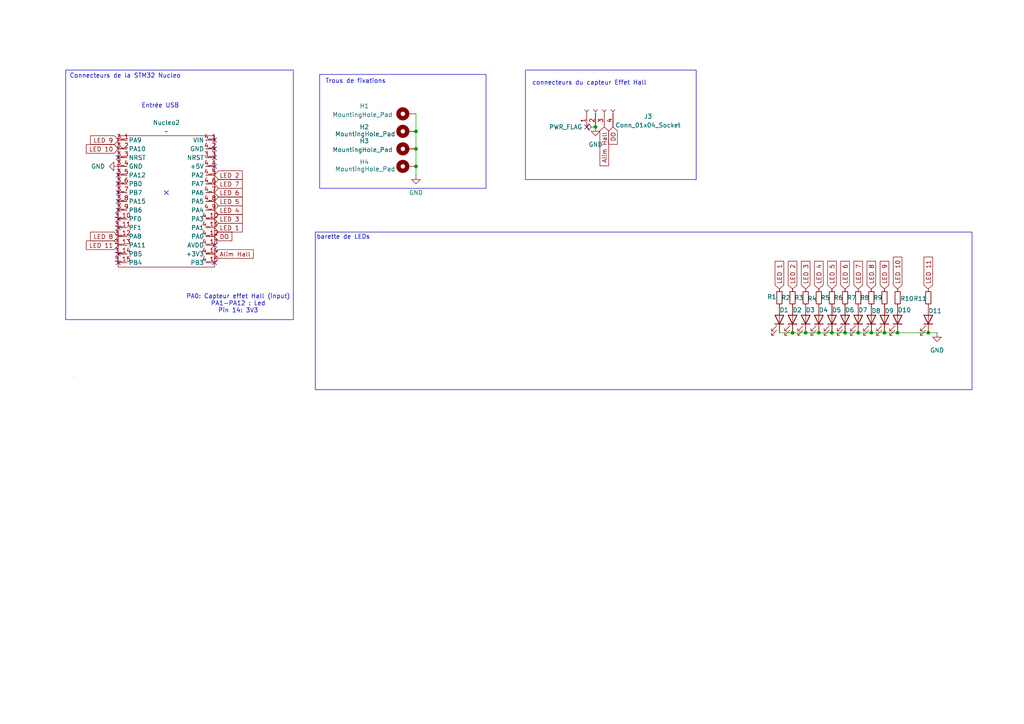
<source format=kicad_sch>
(kicad_sch
	(version 20231120)
	(generator "eeschema")
	(generator_version "8.0")
	(uuid "5578b801-93fd-43e2-b40c-47b89c093fdb")
	(paper "A4")
	(title_block
		(title "PCB horloge à persistance rétinienne")
		(date "06/03/2005")
		(rev "1")
		(company "ENSEA")
		(comment 1 "LEPETIT - WOLFF")
	)
	(lib_symbols
		(symbol "Connector:Conn_01x04_Socket"
			(pin_names
				(offset 1.016) hide)
			(exclude_from_sim no)
			(in_bom yes)
			(on_board yes)
			(property "Reference" "J"
				(at 0 5.08 0)
				(effects
					(font
						(size 1.27 1.27)
					)
				)
			)
			(property "Value" "Conn_01x04_Socket"
				(at 0 -7.62 0)
				(effects
					(font
						(size 1.27 1.27)
					)
				)
			)
			(property "Footprint" ""
				(at 0 0 0)
				(effects
					(font
						(size 1.27 1.27)
					)
					(hide yes)
				)
			)
			(property "Datasheet" "~"
				(at 0 0 0)
				(effects
					(font
						(size 1.27 1.27)
					)
					(hide yes)
				)
			)
			(property "Description" "Generic connector, single row, 01x04, script generated"
				(at 0 0 0)
				(effects
					(font
						(size 1.27 1.27)
					)
					(hide yes)
				)
			)
			(property "ki_locked" ""
				(at 0 0 0)
				(effects
					(font
						(size 1.27 1.27)
					)
				)
			)
			(property "ki_keywords" "connector"
				(at 0 0 0)
				(effects
					(font
						(size 1.27 1.27)
					)
					(hide yes)
				)
			)
			(property "ki_fp_filters" "Connector*:*_1x??_*"
				(at 0 0 0)
				(effects
					(font
						(size 1.27 1.27)
					)
					(hide yes)
				)
			)
			(symbol "Conn_01x04_Socket_1_1"
				(arc
					(start 0 -4.572)
					(mid -0.5058 -5.08)
					(end 0 -5.588)
					(stroke
						(width 0.1524)
						(type default)
					)
					(fill
						(type none)
					)
				)
				(arc
					(start 0 -2.032)
					(mid -0.5058 -2.54)
					(end 0 -3.048)
					(stroke
						(width 0.1524)
						(type default)
					)
					(fill
						(type none)
					)
				)
				(polyline
					(pts
						(xy -1.27 -5.08) (xy -0.508 -5.08)
					)
					(stroke
						(width 0.1524)
						(type default)
					)
					(fill
						(type none)
					)
				)
				(polyline
					(pts
						(xy -1.27 -2.54) (xy -0.508 -2.54)
					)
					(stroke
						(width 0.1524)
						(type default)
					)
					(fill
						(type none)
					)
				)
				(polyline
					(pts
						(xy -1.27 0) (xy -0.508 0)
					)
					(stroke
						(width 0.1524)
						(type default)
					)
					(fill
						(type none)
					)
				)
				(polyline
					(pts
						(xy -1.27 2.54) (xy -0.508 2.54)
					)
					(stroke
						(width 0.1524)
						(type default)
					)
					(fill
						(type none)
					)
				)
				(arc
					(start 0 0.508)
					(mid -0.5058 0)
					(end 0 -0.508)
					(stroke
						(width 0.1524)
						(type default)
					)
					(fill
						(type none)
					)
				)
				(arc
					(start 0 3.048)
					(mid -0.5058 2.54)
					(end 0 2.032)
					(stroke
						(width 0.1524)
						(type default)
					)
					(fill
						(type none)
					)
				)
				(pin passive line
					(at -5.08 2.54 0)
					(length 3.81)
					(name "Pin_1"
						(effects
							(font
								(size 1.27 1.27)
							)
						)
					)
					(number "1"
						(effects
							(font
								(size 1.27 1.27)
							)
						)
					)
				)
				(pin passive line
					(at -5.08 0 0)
					(length 3.81)
					(name "Pin_2"
						(effects
							(font
								(size 1.27 1.27)
							)
						)
					)
					(number "2"
						(effects
							(font
								(size 1.27 1.27)
							)
						)
					)
				)
				(pin passive line
					(at -5.08 -2.54 0)
					(length 3.81)
					(name "Pin_3"
						(effects
							(font
								(size 1.27 1.27)
							)
						)
					)
					(number "3"
						(effects
							(font
								(size 1.27 1.27)
							)
						)
					)
				)
				(pin passive line
					(at -5.08 -5.08 0)
					(length 3.81)
					(name "Pin_4"
						(effects
							(font
								(size 1.27 1.27)
							)
						)
					)
					(number "4"
						(effects
							(font
								(size 1.27 1.27)
							)
						)
					)
				)
			)
		)
		(symbol "Device:LED"
			(pin_numbers hide)
			(pin_names
				(offset 1.016) hide)
			(exclude_from_sim no)
			(in_bom yes)
			(on_board yes)
			(property "Reference" "D"
				(at 0 2.54 0)
				(effects
					(font
						(size 1.27 1.27)
					)
				)
			)
			(property "Value" "LED"
				(at 0 -2.54 0)
				(effects
					(font
						(size 1.27 1.27)
					)
				)
			)
			(property "Footprint" ""
				(at 0 0 0)
				(effects
					(font
						(size 1.27 1.27)
					)
					(hide yes)
				)
			)
			(property "Datasheet" "~"
				(at 0 0 0)
				(effects
					(font
						(size 1.27 1.27)
					)
					(hide yes)
				)
			)
			(property "Description" "Light emitting diode"
				(at 0 0 0)
				(effects
					(font
						(size 1.27 1.27)
					)
					(hide yes)
				)
			)
			(property "ki_keywords" "LED diode"
				(at 0 0 0)
				(effects
					(font
						(size 1.27 1.27)
					)
					(hide yes)
				)
			)
			(property "ki_fp_filters" "LED* LED_SMD:* LED_THT:*"
				(at 0 0 0)
				(effects
					(font
						(size 1.27 1.27)
					)
					(hide yes)
				)
			)
			(symbol "LED_0_1"
				(polyline
					(pts
						(xy -1.27 -1.27) (xy -1.27 1.27)
					)
					(stroke
						(width 0.254)
						(type default)
					)
					(fill
						(type none)
					)
				)
				(polyline
					(pts
						(xy -1.27 0) (xy 1.27 0)
					)
					(stroke
						(width 0)
						(type default)
					)
					(fill
						(type none)
					)
				)
				(polyline
					(pts
						(xy 1.27 -1.27) (xy 1.27 1.27) (xy -1.27 0) (xy 1.27 -1.27)
					)
					(stroke
						(width 0.254)
						(type default)
					)
					(fill
						(type none)
					)
				)
				(polyline
					(pts
						(xy -3.048 -0.762) (xy -4.572 -2.286) (xy -3.81 -2.286) (xy -4.572 -2.286) (xy -4.572 -1.524)
					)
					(stroke
						(width 0)
						(type default)
					)
					(fill
						(type none)
					)
				)
				(polyline
					(pts
						(xy -1.778 -0.762) (xy -3.302 -2.286) (xy -2.54 -2.286) (xy -3.302 -2.286) (xy -3.302 -1.524)
					)
					(stroke
						(width 0)
						(type default)
					)
					(fill
						(type none)
					)
				)
			)
			(symbol "LED_1_1"
				(pin passive line
					(at -3.81 0 0)
					(length 2.54)
					(name "K"
						(effects
							(font
								(size 1.27 1.27)
							)
						)
					)
					(number "1"
						(effects
							(font
								(size 1.27 1.27)
							)
						)
					)
				)
				(pin passive line
					(at 3.81 0 180)
					(length 2.54)
					(name "A"
						(effects
							(font
								(size 1.27 1.27)
							)
						)
					)
					(number "2"
						(effects
							(font
								(size 1.27 1.27)
							)
						)
					)
				)
			)
		)
		(symbol "Device:R_Small"
			(pin_numbers hide)
			(pin_names
				(offset 0.254) hide)
			(exclude_from_sim no)
			(in_bom yes)
			(on_board yes)
			(property "Reference" "R"
				(at 0.762 0.508 0)
				(effects
					(font
						(size 1.27 1.27)
					)
					(justify left)
				)
			)
			(property "Value" "R_Small"
				(at 0.762 -1.016 0)
				(effects
					(font
						(size 1.27 1.27)
					)
					(justify left)
				)
			)
			(property "Footprint" ""
				(at 0 0 0)
				(effects
					(font
						(size 1.27 1.27)
					)
					(hide yes)
				)
			)
			(property "Datasheet" "~"
				(at 0 0 0)
				(effects
					(font
						(size 1.27 1.27)
					)
					(hide yes)
				)
			)
			(property "Description" "Resistor, small symbol"
				(at 0 0 0)
				(effects
					(font
						(size 1.27 1.27)
					)
					(hide yes)
				)
			)
			(property "ki_keywords" "R resistor"
				(at 0 0 0)
				(effects
					(font
						(size 1.27 1.27)
					)
					(hide yes)
				)
			)
			(property "ki_fp_filters" "R_*"
				(at 0 0 0)
				(effects
					(font
						(size 1.27 1.27)
					)
					(hide yes)
				)
			)
			(symbol "R_Small_0_1"
				(rectangle
					(start -0.762 1.778)
					(end 0.762 -1.778)
					(stroke
						(width 0.2032)
						(type default)
					)
					(fill
						(type none)
					)
				)
			)
			(symbol "R_Small_1_1"
				(pin passive line
					(at 0 2.54 270)
					(length 0.762)
					(name "~"
						(effects
							(font
								(size 1.27 1.27)
							)
						)
					)
					(number "1"
						(effects
							(font
								(size 1.27 1.27)
							)
						)
					)
				)
				(pin passive line
					(at 0 -2.54 90)
					(length 0.762)
					(name "~"
						(effects
							(font
								(size 1.27 1.27)
							)
						)
					)
					(number "2"
						(effects
							(font
								(size 1.27 1.27)
							)
						)
					)
				)
			)
		)
		(symbol "Mechanical:MountingHole_Pad"
			(pin_numbers hide)
			(pin_names
				(offset 1.016) hide)
			(exclude_from_sim yes)
			(in_bom no)
			(on_board yes)
			(property "Reference" "H"
				(at 0 6.35 0)
				(effects
					(font
						(size 1.27 1.27)
					)
				)
			)
			(property "Value" "MountingHole_Pad"
				(at 0 4.445 0)
				(effects
					(font
						(size 1.27 1.27)
					)
				)
			)
			(property "Footprint" ""
				(at 0 0 0)
				(effects
					(font
						(size 1.27 1.27)
					)
					(hide yes)
				)
			)
			(property "Datasheet" "~"
				(at 0 0 0)
				(effects
					(font
						(size 1.27 1.27)
					)
					(hide yes)
				)
			)
			(property "Description" "Mounting Hole with connection"
				(at 0 0 0)
				(effects
					(font
						(size 1.27 1.27)
					)
					(hide yes)
				)
			)
			(property "ki_keywords" "mounting hole"
				(at 0 0 0)
				(effects
					(font
						(size 1.27 1.27)
					)
					(hide yes)
				)
			)
			(property "ki_fp_filters" "MountingHole*Pad*"
				(at 0 0 0)
				(effects
					(font
						(size 1.27 1.27)
					)
					(hide yes)
				)
			)
			(symbol "MountingHole_Pad_0_1"
				(circle
					(center 0 1.27)
					(radius 1.27)
					(stroke
						(width 1.27)
						(type default)
					)
					(fill
						(type none)
					)
				)
			)
			(symbol "MountingHole_Pad_1_1"
				(pin input line
					(at 0 -2.54 90)
					(length 2.54)
					(name "1"
						(effects
							(font
								(size 1.27 1.27)
							)
						)
					)
					(number "1"
						(effects
							(font
								(size 1.27 1.27)
							)
						)
					)
				)
			)
		)
		(symbol "nucleo_1"
			(exclude_from_sim no)
			(in_bom yes)
			(on_board yes)
			(property "Reference" "Nucleo"
				(at 8.89 -7.874 0)
				(effects
					(font
						(size 1.27 1.27)
					)
				)
			)
			(property "Value" ""
				(at 0 0 0)
				(effects
					(font
						(size 1.27 1.27)
					)
				)
			)
			(property "Footprint" ""
				(at 0 0 0)
				(effects
					(font
						(size 1.27 1.27)
					)
					(hide yes)
				)
			)
			(property "Datasheet" ""
				(at 0 0 0)
				(effects
					(font
						(size 1.27 1.27)
					)
					(hide yes)
				)
			)
			(property "Description" ""
				(at 0 0 0)
				(effects
					(font
						(size 1.27 1.27)
					)
					(hide yes)
				)
			)
			(symbol "nucleo_1_0_1"
				(rectangle
					(start -5.08 11.43)
					(end 22.86 -26.67)
					(stroke
						(width 0)
						(type default)
					)
					(fill
						(type none)
					)
				)
			)
			(symbol "nucleo_1_1_1"
				(pin bidirectional line
					(at -5.08 10.16 0)
					(length 2.54)
					(name "PA9"
						(effects
							(font
								(size 1.27 1.27)
							)
						)
					)
					(number "3_1"
						(effects
							(font
								(size 1.27 1.27)
							)
						)
					)
				)
				(pin bidirectional line
					(at -5.08 -12.7 0)
					(length 2.54)
					(name "PF0"
						(effects
							(font
								(size 1.27 1.27)
							)
						)
					)
					(number "3_10"
						(effects
							(font
								(size 1.27 1.27)
							)
						)
					)
				)
				(pin bidirectional line
					(at -5.08 -15.24 0)
					(length 2.54)
					(name "PF1"
						(effects
							(font
								(size 1.27 1.27)
							)
						)
					)
					(number "3_11"
						(effects
							(font
								(size 1.27 1.27)
							)
						)
					)
				)
				(pin bidirectional line
					(at -5.08 -17.78 0)
					(length 2.54)
					(name "PA8"
						(effects
							(font
								(size 1.27 1.27)
							)
						)
					)
					(number "3_12"
						(effects
							(font
								(size 1.27 1.27)
							)
						)
					)
				)
				(pin bidirectional line
					(at -5.08 -20.32 0)
					(length 2.54)
					(name "PA11"
						(effects
							(font
								(size 1.27 1.27)
							)
						)
					)
					(number "3_13"
						(effects
							(font
								(size 1.27 1.27)
							)
						)
					)
				)
				(pin bidirectional line
					(at -5.08 -22.86 0)
					(length 2.54)
					(name "PB5"
						(effects
							(font
								(size 1.27 1.27)
							)
						)
					)
					(number "3_14"
						(effects
							(font
								(size 1.27 1.27)
							)
						)
					)
				)
				(pin bidirectional line
					(at -5.08 -25.4 0)
					(length 2.54)
					(name "PB4"
						(effects
							(font
								(size 1.27 1.27)
							)
						)
					)
					(number "3_15"
						(effects
							(font
								(size 1.27 1.27)
							)
						)
					)
				)
				(pin bidirectional line
					(at -5.08 7.62 0)
					(length 2.54)
					(name "PA10"
						(effects
							(font
								(size 1.27 1.27)
							)
						)
					)
					(number "3_2"
						(effects
							(font
								(size 1.27 1.27)
							)
						)
					)
				)
				(pin bidirectional line
					(at -5.08 5.08 0)
					(length 2.54)
					(name "NRST"
						(effects
							(font
								(size 1.27 1.27)
							)
						)
					)
					(number "3_3"
						(effects
							(font
								(size 1.27 1.27)
							)
						)
					)
				)
				(pin bidirectional line
					(at 22.86 5.08 180)
					(length 2.54)
					(name "NRST"
						(effects
							(font
								(size 1.27 1.27)
							)
						)
					)
					(number "3_3"
						(effects
							(font
								(size 1.27 1.27)
							)
						)
					)
				)
				(pin bidirectional line
					(at -5.08 2.54 0)
					(length 2.54)
					(name "GND"
						(effects
							(font
								(size 1.27 1.27)
							)
						)
					)
					(number "3_4"
						(effects
							(font
								(size 1.27 1.27)
							)
						)
					)
				)
				(pin bidirectional line
					(at -5.08 0 0)
					(length 2.54)
					(name "PA12"
						(effects
							(font
								(size 1.27 1.27)
							)
						)
					)
					(number "3_5"
						(effects
							(font
								(size 1.27 1.27)
							)
						)
					)
				)
				(pin bidirectional line
					(at -5.08 -2.54 0)
					(length 2.54)
					(name "PB0"
						(effects
							(font
								(size 1.27 1.27)
							)
						)
					)
					(number "3_6"
						(effects
							(font
								(size 1.27 1.27)
							)
						)
					)
				)
				(pin bidirectional line
					(at -5.08 -5.08 0)
					(length 2.54)
					(name "PB7"
						(effects
							(font
								(size 1.27 1.27)
							)
						)
					)
					(number "3_7"
						(effects
							(font
								(size 1.27 1.27)
							)
						)
					)
				)
				(pin bidirectional line
					(at -5.08 -7.62 0)
					(length 2.54)
					(name "PA15"
						(effects
							(font
								(size 1.27 1.27)
							)
						)
					)
					(number "3_8"
						(effects
							(font
								(size 1.27 1.27)
							)
						)
					)
				)
				(pin bidirectional line
					(at -5.08 -10.16 0)
					(length 2.54)
					(name "PB6"
						(effects
							(font
								(size 1.27 1.27)
							)
						)
					)
					(number "3_9"
						(effects
							(font
								(size 1.27 1.27)
							)
						)
					)
				)
				(pin bidirectional line
					(at 22.86 10.16 180)
					(length 2.54)
					(name "VIN"
						(effects
							(font
								(size 1.27 1.27)
							)
						)
					)
					(number "4_1"
						(effects
							(font
								(size 1.27 1.27)
							)
						)
					)
				)
				(pin bidirectional line
					(at 22.86 -12.7 180)
					(length 2.54)
					(name "PA3"
						(effects
							(font
								(size 1.27 1.27)
							)
						)
					)
					(number "4_10"
						(effects
							(font
								(size 1.27 1.27)
							)
						)
					)
				)
				(pin bidirectional line
					(at 22.86 -15.24 180)
					(length 2.54)
					(name "PA1"
						(effects
							(font
								(size 1.27 1.27)
							)
						)
					)
					(number "4_11"
						(effects
							(font
								(size 1.27 1.27)
							)
						)
					)
				)
				(pin bidirectional line
					(at 22.86 -17.78 180)
					(length 2.54)
					(name "PA0"
						(effects
							(font
								(size 1.27 1.27)
							)
						)
					)
					(number "4_12"
						(effects
							(font
								(size 1.27 1.27)
							)
						)
					)
				)
				(pin bidirectional line
					(at 22.86 -20.32 180)
					(length 2.54)
					(name "AVDD"
						(effects
							(font
								(size 1.27 1.27)
							)
						)
					)
					(number "4_13"
						(effects
							(font
								(size 1.27 1.27)
							)
						)
					)
				)
				(pin bidirectional line
					(at 22.86 -22.86 180)
					(length 2.54)
					(name "+3V3"
						(effects
							(font
								(size 1.27 1.27)
							)
						)
					)
					(number "4_14"
						(effects
							(font
								(size 1.27 1.27)
							)
						)
					)
				)
				(pin bidirectional line
					(at 22.86 -25.4 180)
					(length 2.54)
					(name "PB3"
						(effects
							(font
								(size 1.27 1.27)
							)
						)
					)
					(number "4_15"
						(effects
							(font
								(size 1.27 1.27)
							)
						)
					)
				)
				(pin bidirectional line
					(at 22.86 7.62 180)
					(length 2.54)
					(name "GND"
						(effects
							(font
								(size 1.27 1.27)
							)
						)
					)
					(number "4_2"
						(effects
							(font
								(size 1.27 1.27)
							)
						)
					)
				)
				(pin bidirectional line
					(at 22.86 2.54 180)
					(length 2.54)
					(name "+5V"
						(effects
							(font
								(size 1.27 1.27)
							)
						)
					)
					(number "4_4"
						(effects
							(font
								(size 1.27 1.27)
							)
						)
					)
				)
				(pin bidirectional line
					(at 22.86 0 180)
					(length 2.54)
					(name "PA2"
						(effects
							(font
								(size 1.27 1.27)
							)
						)
					)
					(number "4_5"
						(effects
							(font
								(size 1.27 1.27)
							)
						)
					)
				)
				(pin bidirectional line
					(at 22.86 -2.54 180)
					(length 2.54)
					(name "PA7"
						(effects
							(font
								(size 1.27 1.27)
							)
						)
					)
					(number "4_6"
						(effects
							(font
								(size 1.27 1.27)
							)
						)
					)
				)
				(pin bidirectional line
					(at 22.86 -5.08 180)
					(length 2.54)
					(name "PA6"
						(effects
							(font
								(size 1.27 1.27)
							)
						)
					)
					(number "4_7"
						(effects
							(font
								(size 1.27 1.27)
							)
						)
					)
				)
				(pin bidirectional line
					(at 22.86 -7.62 180)
					(length 2.54)
					(name "PA5"
						(effects
							(font
								(size 1.27 1.27)
							)
						)
					)
					(number "4_8"
						(effects
							(font
								(size 1.27 1.27)
							)
						)
					)
				)
				(pin bidirectional line
					(at 22.86 -10.16 180)
					(length 2.54)
					(name "PA4"
						(effects
							(font
								(size 1.27 1.27)
							)
						)
					)
					(number "4_9"
						(effects
							(font
								(size 1.27 1.27)
							)
						)
					)
				)
			)
		)
		(symbol "power:GND"
			(power)
			(pin_numbers hide)
			(pin_names
				(offset 0) hide)
			(exclude_from_sim no)
			(in_bom yes)
			(on_board yes)
			(property "Reference" "#PWR"
				(at 0 -6.35 0)
				(effects
					(font
						(size 1.27 1.27)
					)
					(hide yes)
				)
			)
			(property "Value" "GND"
				(at 0 -3.81 0)
				(effects
					(font
						(size 1.27 1.27)
					)
				)
			)
			(property "Footprint" ""
				(at 0 0 0)
				(effects
					(font
						(size 1.27 1.27)
					)
					(hide yes)
				)
			)
			(property "Datasheet" ""
				(at 0 0 0)
				(effects
					(font
						(size 1.27 1.27)
					)
					(hide yes)
				)
			)
			(property "Description" "Power symbol creates a global label with name \"GND\" , ground"
				(at 0 0 0)
				(effects
					(font
						(size 1.27 1.27)
					)
					(hide yes)
				)
			)
			(property "ki_keywords" "global power"
				(at 0 0 0)
				(effects
					(font
						(size 1.27 1.27)
					)
					(hide yes)
				)
			)
			(symbol "GND_0_1"
				(polyline
					(pts
						(xy 0 0) (xy 0 -1.27) (xy 1.27 -1.27) (xy 0 -2.54) (xy -1.27 -1.27) (xy 0 -1.27)
					)
					(stroke
						(width 0)
						(type default)
					)
					(fill
						(type none)
					)
				)
			)
			(symbol "GND_1_1"
				(pin power_in line
					(at 0 0 270)
					(length 0)
					(name "~"
						(effects
							(font
								(size 1.27 1.27)
							)
						)
					)
					(number "1"
						(effects
							(font
								(size 1.27 1.27)
							)
						)
					)
				)
			)
		)
		(symbol "power:PWR_FLAG"
			(power)
			(pin_numbers hide)
			(pin_names
				(offset 0) hide)
			(exclude_from_sim no)
			(in_bom yes)
			(on_board yes)
			(property "Reference" "#FLG"
				(at 0 1.905 0)
				(effects
					(font
						(size 1.27 1.27)
					)
					(hide yes)
				)
			)
			(property "Value" "PWR_FLAG"
				(at 0 3.81 0)
				(effects
					(font
						(size 1.27 1.27)
					)
				)
			)
			(property "Footprint" ""
				(at 0 0 0)
				(effects
					(font
						(size 1.27 1.27)
					)
					(hide yes)
				)
			)
			(property "Datasheet" "~"
				(at 0 0 0)
				(effects
					(font
						(size 1.27 1.27)
					)
					(hide yes)
				)
			)
			(property "Description" "Special symbol for telling ERC where power comes from"
				(at 0 0 0)
				(effects
					(font
						(size 1.27 1.27)
					)
					(hide yes)
				)
			)
			(property "ki_keywords" "flag power"
				(at 0 0 0)
				(effects
					(font
						(size 1.27 1.27)
					)
					(hide yes)
				)
			)
			(symbol "PWR_FLAG_0_0"
				(pin power_out line
					(at 0 0 90)
					(length 0)
					(name "~"
						(effects
							(font
								(size 1.27 1.27)
							)
						)
					)
					(number "1"
						(effects
							(font
								(size 1.27 1.27)
							)
						)
					)
				)
			)
			(symbol "PWR_FLAG_0_1"
				(polyline
					(pts
						(xy 0 0) (xy 0 1.27) (xy -1.016 1.905) (xy 0 2.54) (xy 1.016 1.905) (xy 0 1.27)
					)
					(stroke
						(width 0)
						(type default)
					)
					(fill
						(type none)
					)
				)
			)
		)
	)
	(junction
		(at 241.3 96.52)
		(diameter 0)
		(color 0 0 0 0)
		(uuid "0a045deb-7a91-42fd-91ad-f5c3c6aac11c")
	)
	(junction
		(at 252.73 96.52)
		(diameter 0)
		(color 0 0 0 0)
		(uuid "3777e6a0-4b15-476e-93ad-8c6f0ae704ef")
	)
	(junction
		(at 120.65 38.1)
		(diameter 0)
		(color 0 0 0 0)
		(uuid "3bd548eb-28cf-4514-a7c3-b02d24481f93")
	)
	(junction
		(at 120.65 43.18)
		(diameter 0)
		(color 0 0 0 0)
		(uuid "3c2fc687-c791-4b1b-b31c-b7769358c571")
	)
	(junction
		(at 269.24 96.52)
		(diameter 0)
		(color 0 0 0 0)
		(uuid "3ed8794c-770d-4a90-8c2a-d4ccc0b82bd6")
	)
	(junction
		(at 120.65 48.26)
		(diameter 0)
		(color 0 0 0 0)
		(uuid "5be9b25f-aa5c-4e3e-8f9e-7fac246350ca")
	)
	(junction
		(at 229.87 96.52)
		(diameter 0)
		(color 0 0 0 0)
		(uuid "7d894ae0-1e84-48a7-8f57-14f9a4ace481")
	)
	(junction
		(at 233.68 96.52)
		(diameter 0)
		(color 0 0 0 0)
		(uuid "9a7d45a4-c907-4b08-aaa5-76f1489a681e")
	)
	(junction
		(at 245.11 96.52)
		(diameter 0)
		(color 0 0 0 0)
		(uuid "a1561799-3124-40a7-877c-ca332ebba137")
	)
	(junction
		(at 248.92 96.52)
		(diameter 0)
		(color 0 0 0 0)
		(uuid "ad70fdff-027e-45d8-b6f0-5f561b4e3078")
	)
	(junction
		(at 256.54 96.52)
		(diameter 0)
		(color 0 0 0 0)
		(uuid "ba2d015f-caa0-443d-9121-c466d2b01396")
	)
	(junction
		(at 237.49 96.52)
		(diameter 0)
		(color 0 0 0 0)
		(uuid "c18ec837-145c-434b-b6b7-64b1f96ccf2e")
	)
	(junction
		(at 260.35 96.52)
		(diameter 0)
		(color 0 0 0 0)
		(uuid "c8110022-7580-4276-8f23-1310ac75b6c3")
	)
	(junction
		(at 172.72 36.83)
		(diameter 0)
		(color 0 0 0 0)
		(uuid "e87c2bb4-d190-4767-b8de-fc4645ad48fd")
	)
	(no_connect
		(at 34.29 55.88)
		(uuid "0e230b54-d52a-43bc-a406-fa1c175a33d4")
	)
	(no_connect
		(at 34.29 50.8)
		(uuid "1f8089c0-58b6-4f32-aa11-b379a61a8887")
	)
	(no_connect
		(at 48.26 55.88)
		(uuid "336a2f84-3651-45be-af12-6838ad8fa18d")
	)
	(no_connect
		(at 62.23 43.18)
		(uuid "3820630f-3428-411f-aac1-7dca17c2feba")
	)
	(no_connect
		(at 62.23 71.12)
		(uuid "41a9df83-05af-4ddd-9b1d-ebfefbd0e444")
	)
	(no_connect
		(at 34.29 63.5)
		(uuid "571b75ff-02b8-43ff-966b-753da5edc3b0")
	)
	(no_connect
		(at 62.23 76.2)
		(uuid "587d09f7-00be-4593-b8bd-7d403c40b80b")
	)
	(no_connect
		(at 62.23 45.72)
		(uuid "6344cd58-3628-4b14-a853-5467e7d16119")
	)
	(no_connect
		(at 34.29 66.04)
		(uuid "679d2ab8-051b-4a5e-ad5a-5cf790e718ca")
	)
	(no_connect
		(at 34.29 53.34)
		(uuid "69c63ff6-577d-41e2-abd1-491192a5516b")
	)
	(no_connect
		(at 62.23 48.26)
		(uuid "6b37d198-7429-41c3-ad7c-87d20e3bcb05")
	)
	(no_connect
		(at 34.29 45.72)
		(uuid "70a33450-be8c-4cd8-b7aa-5147d6d86721")
	)
	(no_connect
		(at 34.29 73.66)
		(uuid "79786dfc-dbe2-4fab-b568-5eb65fe9a7ad")
	)
	(no_connect
		(at 34.29 60.96)
		(uuid "8f0a33a9-5f00-4cf3-9d40-fe9efe163569")
	)
	(no_connect
		(at 34.29 58.42)
		(uuid "b7a400e5-8dd2-4a97-8adc-db0475ea54b8")
	)
	(no_connect
		(at 34.29 76.2)
		(uuid "e5541fe5-d2d5-43f4-9e4f-a91fcc166a8f")
	)
	(no_connect
		(at 62.23 40.64)
		(uuid "f66296a7-9fa9-4dfb-88f2-f87fa79345a9")
	)
	(no_connect
		(at 170.18 36.83)
		(uuid "fec57013-3f17-42e3-b411-42c739197e6c")
	)
	(wire
		(pts
			(xy 248.92 96.52) (xy 252.73 96.52)
		)
		(stroke
			(width 0)
			(type default)
		)
		(uuid "09341040-3edd-457f-bbe1-752cf65c5849")
	)
	(wire
		(pts
			(xy 120.65 48.26) (xy 120.65 50.8)
		)
		(stroke
			(width 0)
			(type default)
		)
		(uuid "1156966c-80d2-42c2-ab8f-2c8852bd95da")
	)
	(wire
		(pts
			(xy 229.87 96.52) (xy 233.68 96.52)
		)
		(stroke
			(width 0)
			(type default)
		)
		(uuid "14b672b7-5bfe-4871-9028-54f0e2c990af")
	)
	(wire
		(pts
			(xy 226.06 96.52) (xy 229.87 96.52)
		)
		(stroke
			(width 0)
			(type default)
		)
		(uuid "2986d182-cb30-4c2c-a552-69b97571d62a")
	)
	(wire
		(pts
			(xy 233.68 96.52) (xy 237.49 96.52)
		)
		(stroke
			(width 0)
			(type default)
		)
		(uuid "2ed8c0cd-293c-417e-b94d-59e8504aafc2")
	)
	(wire
		(pts
			(xy 260.35 96.52) (xy 269.24 96.52)
		)
		(stroke
			(width 0)
			(type default)
		)
		(uuid "3df34d6c-5bfc-472e-adf2-5d12dff87540")
	)
	(wire
		(pts
			(xy 241.3 96.52) (xy 245.11 96.52)
		)
		(stroke
			(width 0)
			(type default)
		)
		(uuid "4283b4f1-300a-4341-8d27-ea74f4e4417c")
	)
	(wire
		(pts
			(xy 269.24 96.52) (xy 271.78 96.52)
		)
		(stroke
			(width 0)
			(type default)
		)
		(uuid "719ea6bb-782a-44dc-b5ac-1244614afb78")
	)
	(wire
		(pts
			(xy 120.65 38.1) (xy 120.65 43.18)
		)
		(stroke
			(width 0)
			(type default)
		)
		(uuid "76163c6c-8df7-4fbf-b1f5-1c214e06a854")
	)
	(wire
		(pts
			(xy 120.65 43.18) (xy 120.65 48.26)
		)
		(stroke
			(width 0)
			(type default)
		)
		(uuid "9eedead5-090b-47a1-a09c-7194dd291c34")
	)
	(wire
		(pts
			(xy 256.54 96.52) (xy 260.35 96.52)
		)
		(stroke
			(width 0)
			(type default)
		)
		(uuid "abafc602-278f-4b93-9eaf-d6898b4e92fe")
	)
	(wire
		(pts
			(xy 245.11 96.52) (xy 248.92 96.52)
		)
		(stroke
			(width 0)
			(type default)
		)
		(uuid "ac3adeec-044b-4c41-bfd1-9b4fb8c1c781")
	)
	(wire
		(pts
			(xy 252.73 96.52) (xy 256.54 96.52)
		)
		(stroke
			(width 0)
			(type default)
		)
		(uuid "d89d472d-fb9b-442f-8c38-b9a856483a19")
	)
	(wire
		(pts
			(xy 120.65 33.02) (xy 120.65 38.1)
		)
		(stroke
			(width 0)
			(type default)
		)
		(uuid "dd9cb529-5e6d-4489-a3b5-2f94bbfcb765")
	)
	(wire
		(pts
			(xy 237.49 96.52) (xy 241.3 96.52)
		)
		(stroke
			(width 0)
			(type default)
		)
		(uuid "f9f1069e-0768-466b-b73c-b3fea40aa807")
	)
	(rectangle
		(start 152.4 20.32)
		(end 201.93 52.07)
		(stroke
			(width 0)
			(type default)
		)
		(fill
			(type none)
		)
		(uuid 05df3cf8-c19a-4d0c-8621-79e6cc16ebef)
	)
	(rectangle
		(start 34.29 53.34)
		(end 34.29 53.34)
		(stroke
			(width 0)
			(type default)
		)
		(fill
			(type none)
		)
		(uuid 0fdd0cbf-57e8-42be-9fa8-9e3cb5c977a3)
	)
	(rectangle
		(start 19.05 20.32)
		(end 85.09 92.71)
		(stroke
			(width 0)
			(type default)
		)
		(fill
			(type none)
		)
		(uuid 2e4edb9b-57e2-460a-99d1-40c95032188b)
	)
	(rectangle
		(start 91.44 67.31)
		(end 281.94 113.03)
		(stroke
			(width 0)
			(type default)
		)
		(fill
			(type none)
		)
		(uuid 54963c23-d8e0-4a39-bf37-2d378d02633e)
	)
	(rectangle
		(start 21.59 109.22)
		(end 21.59 109.22)
		(stroke
			(width 0)
			(type default)
		)
		(fill
			(type none)
		)
		(uuid 96fb929c-bad0-4d2b-85ad-6811c8dd7f33)
	)
	(rectangle
		(start 92.71 21.59)
		(end 140.97 54.61)
		(stroke
			(width 0)
			(type default)
		)
		(fill
			(type none)
		)
		(uuid fcd72040-9ab5-4561-a17a-49b170dcebf3)
	)
	(text "barette de LEDs"
		(exclude_from_sim no)
		(at 99.568 68.834 0)
		(effects
			(font
				(size 1.27 1.27)
			)
		)
		(uuid "30754fd5-2951-40b5-8f92-21a7fc2550b2")
	)
	(text "connecteurs du capteur Effet Hall\n"
		(exclude_from_sim no)
		(at 170.942 24.13 0)
		(effects
			(font
				(size 1.27 1.27)
			)
		)
		(uuid "31fc47b4-daa7-4b91-961e-40f865fa17b3")
	)
	(text "Entrée USB"
		(exclude_from_sim no)
		(at 46.482 30.734 0)
		(effects
			(font
				(size 1.27 1.27)
			)
		)
		(uuid "5187cebb-05c6-47a9-8546-64f70b2ede26")
	)
	(text "PA0: Capteur effet Hall (input)\nPA1-PA12 : Led\nPin 14: 3V3"
		(exclude_from_sim no)
		(at 69.088 88.138 0)
		(effects
			(font
				(size 1.27 1.27)
			)
		)
		(uuid "51dfafe1-f862-4849-abfe-3205ff75bf0f")
	)
	(text "Trous de fixations\n\n"
		(exclude_from_sim no)
		(at 103.124 24.638 0)
		(effects
			(font
				(size 1.27 1.27)
			)
		)
		(uuid "53fa2366-111b-4a88-ba02-4a806364e599")
	)
	(text "Connecteurs de la STM32 Nucleo"
		(exclude_from_sim no)
		(at 36.322 22.098 0)
		(effects
			(font
				(size 1.27 1.27)
			)
		)
		(uuid "ccaafb27-8d8f-4024-9969-1038a9d0de2b")
	)
	(global_label "LED 9"
		(shape input)
		(at 256.54 83.82 90)
		(fields_autoplaced yes)
		(effects
			(font
				(size 1.27 1.27)
			)
			(justify left)
		)
		(uuid "031cbb46-3747-41c3-b63e-3f58d60aef11")
		(property "Intersheetrefs" "${INTERSHEET_REFS}"
			(at 256.54 75.2106 90)
			(effects
				(font
					(size 1.27 1.27)
				)
				(justify left)
				(hide yes)
			)
		)
	)
	(global_label "LED 6"
		(shape input)
		(at 62.23 55.88 0)
		(fields_autoplaced yes)
		(effects
			(font
				(size 1.27 1.27)
			)
			(justify left)
		)
		(uuid "06fc3821-c41f-4216-a032-97f8b35710db")
		(property "Intersheetrefs" "${INTERSHEET_REFS}"
			(at 70.8394 55.88 0)
			(effects
				(font
					(size 1.27 1.27)
				)
				(justify left)
				(hide yes)
			)
		)
	)
	(global_label "LED 7"
		(shape input)
		(at 62.23 53.34 0)
		(fields_autoplaced yes)
		(effects
			(font
				(size 1.27 1.27)
			)
			(justify left)
		)
		(uuid "1b1953e6-a73e-4c55-8cc2-4bc77bd7a886")
		(property "Intersheetrefs" "${INTERSHEET_REFS}"
			(at 70.8394 53.34 0)
			(effects
				(font
					(size 1.27 1.27)
				)
				(justify left)
				(hide yes)
			)
		)
	)
	(global_label "LED 9"
		(shape input)
		(at 34.29 40.64 180)
		(fields_autoplaced yes)
		(effects
			(font
				(size 1.27 1.27)
			)
			(justify right)
		)
		(uuid "1b548515-8847-4226-af85-c6997996629e")
		(property "Intersheetrefs" "${INTERSHEET_REFS}"
			(at 25.6806 40.64 0)
			(effects
				(font
					(size 1.27 1.27)
				)
				(justify right)
				(hide yes)
			)
		)
	)
	(global_label "Alim Hall"
		(shape input)
		(at 62.23 73.66 0)
		(fields_autoplaced yes)
		(effects
			(font
				(size 1.27 1.27)
			)
			(justify left)
		)
		(uuid "219ec955-f1b0-4f1d-8eeb-fe87e34ad52e")
		(property "Intersheetrefs" "${INTERSHEET_REFS}"
			(at 74.0446 73.66 0)
			(effects
				(font
					(size 1.27 1.27)
				)
				(justify left)
				(hide yes)
			)
		)
	)
	(global_label "LED 2"
		(shape input)
		(at 229.87 83.82 90)
		(fields_autoplaced yes)
		(effects
			(font
				(size 1.27 1.27)
			)
			(justify left)
		)
		(uuid "3a244c99-75a5-4dfa-b3b3-c5ac356ba682")
		(property "Intersheetrefs" "${INTERSHEET_REFS}"
			(at 229.87 75.2106 90)
			(effects
				(font
					(size 1.27 1.27)
				)
				(justify left)
				(hide yes)
			)
		)
	)
	(global_label "LED 4"
		(shape input)
		(at 62.23 60.96 0)
		(fields_autoplaced yes)
		(effects
			(font
				(size 1.27 1.27)
			)
			(justify left)
		)
		(uuid "411ed5f4-9c27-468c-8da8-61c4f8ffcea7")
		(property "Intersheetrefs" "${INTERSHEET_REFS}"
			(at 70.8394 60.96 0)
			(effects
				(font
					(size 1.27 1.27)
				)
				(justify left)
				(hide yes)
			)
		)
	)
	(global_label "LED 8"
		(shape input)
		(at 34.29 68.58 180)
		(fields_autoplaced yes)
		(effects
			(font
				(size 1.27 1.27)
			)
			(justify right)
		)
		(uuid "46ca45aa-ce24-4324-a73a-2936c689035e")
		(property "Intersheetrefs" "${INTERSHEET_REFS}"
			(at 25.6806 68.58 0)
			(effects
				(font
					(size 1.27 1.27)
				)
				(justify right)
				(hide yes)
			)
		)
	)
	(global_label "LED 8"
		(shape input)
		(at 252.73 83.82 90)
		(fields_autoplaced yes)
		(effects
			(font
				(size 1.27 1.27)
			)
			(justify left)
		)
		(uuid "50641e1e-826e-451d-90b0-35fae786de09")
		(property "Intersheetrefs" "${INTERSHEET_REFS}"
			(at 252.73 75.2106 90)
			(effects
				(font
					(size 1.27 1.27)
				)
				(justify left)
				(hide yes)
			)
		)
	)
	(global_label "LED 1"
		(shape input)
		(at 226.06 83.82 90)
		(fields_autoplaced yes)
		(effects
			(font
				(size 1.27 1.27)
			)
			(justify left)
		)
		(uuid "5a1b975b-b703-4cff-972f-729b8a21bcf6")
		(property "Intersheetrefs" "${INTERSHEET_REFS}"
			(at 226.06 75.2106 90)
			(effects
				(font
					(size 1.27 1.27)
				)
				(justify left)
				(hide yes)
			)
		)
	)
	(global_label "LED 10"
		(shape input)
		(at 34.29 43.18 180)
		(fields_autoplaced yes)
		(effects
			(font
				(size 1.27 1.27)
			)
			(justify right)
		)
		(uuid "6fcfdaff-831a-44df-8b5f-bba24bcef1f9")
		(property "Intersheetrefs" "${INTERSHEET_REFS}"
			(at 24.4711 43.18 0)
			(effects
				(font
					(size 1.27 1.27)
				)
				(justify right)
				(hide yes)
			)
		)
	)
	(global_label "LED 1"
		(shape input)
		(at 62.23 66.04 0)
		(fields_autoplaced yes)
		(effects
			(font
				(size 1.27 1.27)
			)
			(justify left)
		)
		(uuid "72f37f29-8a72-4b56-a903-799f4153b1b5")
		(property "Intersheetrefs" "${INTERSHEET_REFS}"
			(at 70.8394 66.04 0)
			(effects
				(font
					(size 1.27 1.27)
				)
				(justify left)
				(hide yes)
			)
		)
	)
	(global_label "LED 11"
		(shape input)
		(at 34.29 71.12 180)
		(fields_autoplaced yes)
		(effects
			(font
				(size 1.27 1.27)
			)
			(justify right)
		)
		(uuid "78b50a8d-ee56-4d8e-b80d-13f27fab5fd5")
		(property "Intersheetrefs" "${INTERSHEET_REFS}"
			(at 24.4711 71.12 0)
			(effects
				(font
					(size 1.27 1.27)
				)
				(justify right)
				(hide yes)
			)
		)
	)
	(global_label "LED 10"
		(shape input)
		(at 260.35 83.82 90)
		(fields_autoplaced yes)
		(effects
			(font
				(size 1.27 1.27)
			)
			(justify left)
		)
		(uuid "89b83fdd-f83e-4701-ac54-434382c0aece")
		(property "Intersheetrefs" "${INTERSHEET_REFS}"
			(at 260.35 74.0011 90)
			(effects
				(font
					(size 1.27 1.27)
				)
				(justify left)
				(hide yes)
			)
		)
	)
	(global_label "LED 5"
		(shape input)
		(at 62.23 58.42 0)
		(fields_autoplaced yes)
		(effects
			(font
				(size 1.27 1.27)
			)
			(justify left)
		)
		(uuid "952ef5a1-1eb8-4dc4-a2a5-2c9324e9353f")
		(property "Intersheetrefs" "${INTERSHEET_REFS}"
			(at 70.8394 58.42 0)
			(effects
				(font
					(size 1.27 1.27)
				)
				(justify left)
				(hide yes)
			)
		)
	)
	(global_label "LED 7"
		(shape input)
		(at 248.92 83.82 90)
		(fields_autoplaced yes)
		(effects
			(font
				(size 1.27 1.27)
			)
			(justify left)
		)
		(uuid "99c1ae5b-7f35-42d7-9cd7-316d68552093")
		(property "Intersheetrefs" "${INTERSHEET_REFS}"
			(at 248.92 75.2106 90)
			(effects
				(font
					(size 1.27 1.27)
				)
				(justify left)
				(hide yes)
			)
		)
	)
	(global_label "LED 2"
		(shape input)
		(at 62.23 50.8 0)
		(fields_autoplaced yes)
		(effects
			(font
				(size 1.27 1.27)
			)
			(justify left)
		)
		(uuid "a753d365-77e3-4cee-86f5-eb4f815cdb75")
		(property "Intersheetrefs" "${INTERSHEET_REFS}"
			(at 70.8394 50.8 0)
			(effects
				(font
					(size 1.27 1.27)
				)
				(justify left)
				(hide yes)
			)
		)
	)
	(global_label "LED 6"
		(shape input)
		(at 245.11 83.82 90)
		(fields_autoplaced yes)
		(effects
			(font
				(size 1.27 1.27)
			)
			(justify left)
		)
		(uuid "b09de008-b99b-4513-9141-90c313c87424")
		(property "Intersheetrefs" "${INTERSHEET_REFS}"
			(at 245.11 75.2106 90)
			(effects
				(font
					(size 1.27 1.27)
				)
				(justify left)
				(hide yes)
			)
		)
	)
	(global_label "DO"
		(shape input)
		(at 62.23 68.58 0)
		(fields_autoplaced yes)
		(effects
			(font
				(size 1.27 1.27)
			)
			(justify left)
		)
		(uuid "b83339c8-60a5-44f0-b9bb-dd6c746e3764")
		(property "Intersheetrefs" "${INTERSHEET_REFS}"
			(at 67.8157 68.58 0)
			(effects
				(font
					(size 1.27 1.27)
				)
				(justify left)
				(hide yes)
			)
		)
	)
	(global_label "LED 3"
		(shape input)
		(at 62.23 63.5 0)
		(fields_autoplaced yes)
		(effects
			(font
				(size 1.27 1.27)
			)
			(justify left)
		)
		(uuid "c866babd-15bf-43cf-87c2-bdb992f47780")
		(property "Intersheetrefs" "${INTERSHEET_REFS}"
			(at 70.8394 63.5 0)
			(effects
				(font
					(size 1.27 1.27)
				)
				(justify left)
				(hide yes)
			)
		)
	)
	(global_label "LED 3"
		(shape input)
		(at 233.68 83.82 90)
		(fields_autoplaced yes)
		(effects
			(font
				(size 1.27 1.27)
			)
			(justify left)
		)
		(uuid "da4af9a7-6830-41e1-a572-b593f6e88a11")
		(property "Intersheetrefs" "${INTERSHEET_REFS}"
			(at 233.68 75.2106 90)
			(effects
				(font
					(size 1.27 1.27)
				)
				(justify left)
				(hide yes)
			)
		)
	)
	(global_label "LED 11"
		(shape input)
		(at 269.24 83.82 90)
		(fields_autoplaced yes)
		(effects
			(font
				(size 1.27 1.27)
			)
			(justify left)
		)
		(uuid "ddb37c8b-3682-47ba-87c4-badcb44b5761")
		(property "Intersheetrefs" "${INTERSHEET_REFS}"
			(at 269.24 74.0011 90)
			(effects
				(font
					(size 1.27 1.27)
				)
				(justify left)
				(hide yes)
			)
		)
	)
	(global_label "DO"
		(shape input)
		(at 177.8 36.83 270)
		(fields_autoplaced yes)
		(effects
			(font
				(size 1.27 1.27)
			)
			(justify right)
		)
		(uuid "dfec4570-577f-48e0-b386-43eba3658376")
		(property "Intersheetrefs" "${INTERSHEET_REFS}"
			(at 177.8 42.4157 90)
			(effects
				(font
					(size 1.27 1.27)
				)
				(justify right)
				(hide yes)
			)
		)
	)
	(global_label "LED 4"
		(shape input)
		(at 237.49 83.82 90)
		(fields_autoplaced yes)
		(effects
			(font
				(size 1.27 1.27)
			)
			(justify left)
		)
		(uuid "e54bcce1-96d4-493a-aa33-cd34ce6183a0")
		(property "Intersheetrefs" "${INTERSHEET_REFS}"
			(at 237.49 75.2106 90)
			(effects
				(font
					(size 1.27 1.27)
				)
				(justify left)
				(hide yes)
			)
		)
	)
	(global_label "Alim Hall"
		(shape input)
		(at 175.26 36.83 270)
		(fields_autoplaced yes)
		(effects
			(font
				(size 1.27 1.27)
			)
			(justify right)
		)
		(uuid "e8aff4c0-aba1-4dd9-9b5b-128d6753995c")
		(property "Intersheetrefs" "${INTERSHEET_REFS}"
			(at 175.26 48.6446 90)
			(effects
				(font
					(size 1.27 1.27)
				)
				(justify right)
				(hide yes)
			)
		)
	)
	(global_label "LED 5"
		(shape input)
		(at 241.3 83.82 90)
		(fields_autoplaced yes)
		(effects
			(font
				(size 1.27 1.27)
			)
			(justify left)
		)
		(uuid "e91caafe-c94b-41fa-b406-1ad726f252c6")
		(property "Intersheetrefs" "${INTERSHEET_REFS}"
			(at 241.3 75.2106 90)
			(effects
				(font
					(size 1.27 1.27)
				)
				(justify left)
				(hide yes)
			)
		)
	)
	(symbol
		(lib_id "Device:LED")
		(at 233.68 92.71 270)
		(mirror x)
		(unit 1)
		(exclude_from_sim no)
		(in_bom yes)
		(on_board yes)
		(dnp no)
		(uuid "0928dffc-f3e2-4333-8616-c3ba7a208ca6")
		(property "Reference" "D3"
			(at 233.68 89.916 90)
			(effects
				(font
					(size 1.27 1.27)
				)
				(justify left)
			)
		)
		(property "Value" "LED"
			(at 236.22 95.5674 90)
			(effects
				(font
					(size 1.27 1.27)
				)
				(justify left)
				(hide yes)
			)
		)
		(property "Footprint" "LED_SMD:LED_1206_3216Metric_Pad1.42x1.75mm_HandSolder"
			(at 233.68 92.71 0)
			(effects
				(font
					(size 1.27 1.27)
				)
				(hide yes)
			)
		)
		(property "Datasheet" "~"
			(at 233.68 92.71 0)
			(effects
				(font
					(size 1.27 1.27)
				)
				(hide yes)
			)
		)
		(property "Description" "Light emitting diode"
			(at 233.68 92.71 0)
			(effects
				(font
					(size 1.27 1.27)
				)
				(hide yes)
			)
		)
		(pin "2"
			(uuid "2448c5cc-7a25-4a19-a61f-943213682a06")
		)
		(pin "1"
			(uuid "be5df523-117d-4809-aa17-0ef0c3676d0c")
		)
		(instances
			(project "Projet S6"
				(path "/5578b801-93fd-43e2-b40c-47b89c093fdb"
					(reference "D3")
					(unit 1)
				)
			)
		)
	)
	(symbol
		(lib_name "nucleo_1")
		(lib_id "ma_nucleo:nucleo")
		(at 39.37 50.8 0)
		(unit 1)
		(exclude_from_sim no)
		(in_bom yes)
		(on_board yes)
		(dnp no)
		(fields_autoplaced yes)
		(uuid "0d68af59-9fe4-47df-8fad-951592dfaf7a")
		(property "Reference" "Nucleo2"
			(at 48.26 35.56 0)
			(effects
				(font
					(size 1.27 1.27)
				)
			)
		)
		(property "Value" "~"
			(at 48.26 38.1 0)
			(effects
				(font
					(size 1.27 1.27)
				)
			)
		)
		(property "Footprint" "NUCLEO_F303K8:MODULE_NUCLEO-F303K8"
			(at 39.37 50.8 0)
			(effects
				(font
					(size 1.27 1.27)
				)
				(hide yes)
			)
		)
		(property "Datasheet" ""
			(at 39.37 50.8 0)
			(effects
				(font
					(size 1.27 1.27)
				)
				(hide yes)
			)
		)
		(property "Description" ""
			(at 39.37 50.8 0)
			(effects
				(font
					(size 1.27 1.27)
				)
				(hide yes)
			)
		)
		(pin "3_11"
			(uuid "d7bff498-75d0-4424-9f11-dfe6d0531acd")
		)
		(pin "4_2"
			(uuid "f0fe02e3-1df7-4609-be18-cddb63ea3991")
		)
		(pin "3_13"
			(uuid "7821f2b9-cc83-4eaf-a233-7898755ee637")
		)
		(pin "3_12"
			(uuid "98f47b1e-bc27-47dd-9ec3-41f45ba14e38")
		)
		(pin "3_3"
			(uuid "9bd4a7d8-df6e-4d73-b739-d7a22bdf7ff4")
		)
		(pin "3_4"
			(uuid "6235e12b-7509-4383-a637-4d77ecabd921")
		)
		(pin "4_11"
			(uuid "f3232f58-913d-41b6-8e37-d71f8d9e0adb")
		)
		(pin "4_9"
			(uuid "25fbf0df-2210-44a0-bde2-b6e78142ebe4")
		)
		(pin "4_14"
			(uuid "ab90355b-01b5-49f0-9af6-525f6475736d")
		)
		(pin "4_7"
			(uuid "14887b4b-42e6-45be-abcb-e0fda2c1e62a")
		)
		(pin "4_15"
			(uuid "7bb9e1b5-8b7d-405f-bb86-3b98e3a547ed")
		)
		(pin "3_1"
			(uuid "5f26de4b-2723-43e0-a2c5-a6a8670e2008")
		)
		(pin "4_6"
			(uuid "e9bb3c32-5dd7-4025-8a75-89ad303a2b24")
		)
		(pin "3_10"
			(uuid "3d193004-aacb-4591-a422-e7d9d3e80075")
		)
		(pin "4_4"
			(uuid "3682ac91-fa00-4720-b2af-1ec232da818b")
		)
		(pin "3_14"
			(uuid "edaabc74-72d7-474a-b355-8bc75ee3842c")
		)
		(pin "4_5"
			(uuid "cffd3f10-1216-4230-81b8-09a32a8f332c")
		)
		(pin "3_3"
			(uuid "cab7ee82-508b-40f0-948a-34e1f99654e4")
		)
		(pin "3_15"
			(uuid "2a2d9e08-b6c9-4bb3-9fe3-10e102ae1b69")
		)
		(pin "4_1"
			(uuid "a4160b9b-ecc6-4b86-bc9e-6a7f42331965")
		)
		(pin "3_2"
			(uuid "40f06359-b33f-4e6f-97b0-074bdc29f343")
		)
		(pin "4_13"
			(uuid "dbe897b4-ce1d-4646-9e5d-da9f4ef4a272")
		)
		(pin "4_12"
			(uuid "9502deca-10db-4831-8a52-4ee82bbd2c80")
		)
		(pin "3_5"
			(uuid "84e11e49-9818-4f19-b03d-b5ca209d7958")
		)
		(pin "3_6"
			(uuid "a2147faf-6b37-427a-8139-6574a5bc068c")
		)
		(pin "4_10"
			(uuid "80c85761-e7b7-456f-bae1-b8ad6ef0c83a")
		)
		(pin "3_7"
			(uuid "09c9f29c-cb86-428a-b345-b45f40286416")
		)
		(pin "3_8"
			(uuid "0ec0a14b-78aa-41bd-b414-698c1c2cdb5f")
		)
		(pin "4_8"
			(uuid "63d57897-2b98-4ebb-b8e0-53fd4ee4278a")
		)
		(pin "3_9"
			(uuid "11d9ede9-c694-4211-8d4e-ecc6e09d2ff3")
		)
		(instances
			(project ""
				(path "/5578b801-93fd-43e2-b40c-47b89c093fdb"
					(reference "Nucleo2")
					(unit 1)
				)
			)
		)
	)
	(symbol
		(lib_id "power:PWR_FLAG")
		(at 172.72 36.83 90)
		(unit 1)
		(exclude_from_sim no)
		(in_bom yes)
		(on_board yes)
		(dnp no)
		(fields_autoplaced yes)
		(uuid "0dfafc79-3513-4de0-8ec8-f06d84725ae8")
		(property "Reference" "#FLG01"
			(at 170.815 36.83 0)
			(effects
				(font
					(size 1.27 1.27)
				)
				(hide yes)
			)
		)
		(property "Value" "PWR_FLAG"
			(at 168.91 36.8299 90)
			(effects
				(font
					(size 1.27 1.27)
				)
				(justify left)
			)
		)
		(property "Footprint" ""
			(at 172.72 36.83 0)
			(effects
				(font
					(size 1.27 1.27)
				)
				(hide yes)
			)
		)
		(property "Datasheet" "~"
			(at 172.72 36.83 0)
			(effects
				(font
					(size 1.27 1.27)
				)
				(hide yes)
			)
		)
		(property "Description" "Special symbol for telling ERC where power comes from"
			(at 172.72 36.83 0)
			(effects
				(font
					(size 1.27 1.27)
				)
				(hide yes)
			)
		)
		(pin "1"
			(uuid "d26f97e9-1315-4e70-a35d-2abdf8904695")
		)
		(instances
			(project ""
				(path "/5578b801-93fd-43e2-b40c-47b89c093fdb"
					(reference "#FLG01")
					(unit 1)
				)
			)
		)
	)
	(symbol
		(lib_id "Device:LED")
		(at 226.06 92.71 270)
		(mirror x)
		(unit 1)
		(exclude_from_sim no)
		(in_bom yes)
		(on_board yes)
		(dnp no)
		(uuid "1543a529-5de5-4cc7-8fb9-fa98e72c2eef")
		(property "Reference" "D1"
			(at 226.06 89.916 90)
			(effects
				(font
					(size 1.27 1.27)
				)
				(justify left)
			)
		)
		(property "Value" "LED"
			(at 228.6 95.5674 90)
			(effects
				(font
					(size 1.27 1.27)
				)
				(justify left)
				(hide yes)
			)
		)
		(property "Footprint" "LED_SMD:LED_1206_3216Metric_Pad1.42x1.75mm_HandSolder"
			(at 226.06 92.71 0)
			(effects
				(font
					(size 1.27 1.27)
				)
				(hide yes)
			)
		)
		(property "Datasheet" "~"
			(at 226.06 92.71 0)
			(effects
				(font
					(size 1.27 1.27)
				)
				(hide yes)
			)
		)
		(property "Description" "Light emitting diode"
			(at 226.06 92.71 0)
			(effects
				(font
					(size 1.27 1.27)
				)
				(hide yes)
			)
		)
		(pin "2"
			(uuid "47744757-a998-4dfb-99a0-6359b3002dbb")
		)
		(pin "1"
			(uuid "65901826-6b52-4e60-876d-9323cc6ac993")
		)
		(instances
			(project "Projet S6"
				(path "/5578b801-93fd-43e2-b40c-47b89c093fdb"
					(reference "D1")
					(unit 1)
				)
			)
		)
	)
	(symbol
		(lib_id "Device:R_Small")
		(at 248.92 86.36 0)
		(unit 1)
		(exclude_from_sim no)
		(in_bom yes)
		(on_board yes)
		(dnp no)
		(uuid "185c244f-12a4-40d9-8a2b-400e52f4417e")
		(property "Reference" "R7"
			(at 245.618 86.36 0)
			(effects
				(font
					(size 1.27 1.27)
				)
				(justify left)
			)
		)
		(property "Value" "R_Small"
			(at 251.46 87.6299 0)
			(effects
				(font
					(size 1.27 1.27)
				)
				(justify left)
				(hide yes)
			)
		)
		(property "Footprint" "Resistor_SMD:R_1812_4532Metric_Pad1.30x3.40mm_HandSolder"
			(at 248.92 86.36 0)
			(effects
				(font
					(size 1.27 1.27)
				)
				(hide yes)
			)
		)
		(property "Datasheet" "~"
			(at 248.92 86.36 0)
			(effects
				(font
					(size 1.27 1.27)
				)
				(hide yes)
			)
		)
		(property "Description" "Resistor, small symbol"
			(at 248.92 86.36 0)
			(effects
				(font
					(size 1.27 1.27)
				)
				(hide yes)
			)
		)
		(pin "2"
			(uuid "9bf8031d-6da1-457e-9b2f-edb4611de0ea")
		)
		(pin "1"
			(uuid "1063b69d-cd0d-4f37-b8df-4ef01d124d14")
		)
		(instances
			(project "Projet S6"
				(path "/5578b801-93fd-43e2-b40c-47b89c093fdb"
					(reference "R7")
					(unit 1)
				)
			)
		)
	)
	(symbol
		(lib_id "power:GND")
		(at 172.72 36.83 0)
		(unit 1)
		(exclude_from_sim no)
		(in_bom yes)
		(on_board yes)
		(dnp no)
		(fields_autoplaced yes)
		(uuid "19b88724-f76b-45f4-9047-c3982cf36f74")
		(property "Reference" "#PWR01"
			(at 172.72 43.18 0)
			(effects
				(font
					(size 1.27 1.27)
				)
				(hide yes)
			)
		)
		(property "Value" "GND"
			(at 172.72 41.91 0)
			(effects
				(font
					(size 1.27 1.27)
				)
			)
		)
		(property "Footprint" ""
			(at 172.72 36.83 0)
			(effects
				(font
					(size 1.27 1.27)
				)
				(hide yes)
			)
		)
		(property "Datasheet" ""
			(at 172.72 36.83 0)
			(effects
				(font
					(size 1.27 1.27)
				)
				(hide yes)
			)
		)
		(property "Description" "Power symbol creates a global label with name \"GND\" , ground"
			(at 172.72 36.83 0)
			(effects
				(font
					(size 1.27 1.27)
				)
				(hide yes)
			)
		)
		(pin "1"
			(uuid "0def8acb-0d87-424c-ba55-d13a169ba6c1")
		)
		(instances
			(project ""
				(path "/5578b801-93fd-43e2-b40c-47b89c093fdb"
					(reference "#PWR01")
					(unit 1)
				)
			)
		)
	)
	(symbol
		(lib_id "power:GND")
		(at 271.78 96.52 0)
		(unit 1)
		(exclude_from_sim no)
		(in_bom yes)
		(on_board yes)
		(dnp no)
		(fields_autoplaced yes)
		(uuid "20070f07-1eb2-4d89-948f-b19b59c273a3")
		(property "Reference" "#PWR03"
			(at 271.78 102.87 0)
			(effects
				(font
					(size 1.27 1.27)
				)
				(hide yes)
			)
		)
		(property "Value" "GND"
			(at 271.78 101.6 0)
			(effects
				(font
					(size 1.27 1.27)
				)
			)
		)
		(property "Footprint" ""
			(at 271.78 96.52 0)
			(effects
				(font
					(size 1.27 1.27)
				)
				(hide yes)
			)
		)
		(property "Datasheet" ""
			(at 271.78 96.52 0)
			(effects
				(font
					(size 1.27 1.27)
				)
				(hide yes)
			)
		)
		(property "Description" "Power symbol creates a global label with name \"GND\" , ground"
			(at 271.78 96.52 0)
			(effects
				(font
					(size 1.27 1.27)
				)
				(hide yes)
			)
		)
		(pin "1"
			(uuid "c0535ecc-220c-4fc1-961f-37742fb71ab9")
		)
		(instances
			(project "Projet S6"
				(path "/5578b801-93fd-43e2-b40c-47b89c093fdb"
					(reference "#PWR03")
					(unit 1)
				)
			)
		)
	)
	(symbol
		(lib_id "Device:LED")
		(at 245.11 92.71 270)
		(mirror x)
		(unit 1)
		(exclude_from_sim yes)
		(in_bom yes)
		(on_board yes)
		(dnp no)
		(uuid "31ff28f2-22e3-495b-9e2a-c3d2c16d9c1d")
		(property "Reference" "D6"
			(at 245.11 89.916 90)
			(effects
				(font
					(size 1.27 1.27)
				)
				(justify left)
			)
		)
		(property "Value" "LED"
			(at 247.65 95.5674 90)
			(effects
				(font
					(size 1.27 1.27)
				)
				(justify left)
				(hide yes)
			)
		)
		(property "Footprint" "LED_SMD:LED_1206_3216Metric_Pad1.42x1.75mm_HandSolder"
			(at 245.11 92.71 0)
			(effects
				(font
					(size 1.27 1.27)
				)
				(hide yes)
			)
		)
		(property "Datasheet" "~"
			(at 245.11 92.71 0)
			(effects
				(font
					(size 1.27 1.27)
				)
				(hide yes)
			)
		)
		(property "Description" "Light emitting diode"
			(at 245.11 92.71 0)
			(effects
				(font
					(size 1.27 1.27)
				)
				(hide yes)
			)
		)
		(pin "2"
			(uuid "1a0e1b93-7a90-414b-9d6a-ea393e4ea5e1")
		)
		(pin "1"
			(uuid "ce200da5-7670-4b06-9943-eb25b8ec8184")
		)
		(instances
			(project "Projet S6"
				(path "/5578b801-93fd-43e2-b40c-47b89c093fdb"
					(reference "D6")
					(unit 1)
				)
			)
		)
	)
	(symbol
		(lib_id "Device:R_Small")
		(at 260.35 86.36 0)
		(unit 1)
		(exclude_from_sim no)
		(in_bom yes)
		(on_board yes)
		(dnp no)
		(uuid "3de8a595-ae65-4ed3-8bff-5dae1e164ab4")
		(property "Reference" "R10"
			(at 261.112 86.614 0)
			(effects
				(font
					(size 1.27 1.27)
				)
				(justify left)
			)
		)
		(property "Value" "R_Small"
			(at 262.89 87.6299 0)
			(effects
				(font
					(size 1.27 1.27)
				)
				(justify left)
				(hide yes)
			)
		)
		(property "Footprint" "Resistor_SMD:R_1812_4532Metric_Pad1.30x3.40mm_HandSolder"
			(at 260.35 86.36 0)
			(effects
				(font
					(size 1.27 1.27)
				)
				(hide yes)
			)
		)
		(property "Datasheet" "~"
			(at 260.35 86.36 0)
			(effects
				(font
					(size 1.27 1.27)
				)
				(hide yes)
			)
		)
		(property "Description" "Resistor, small symbol"
			(at 260.35 86.36 0)
			(effects
				(font
					(size 1.27 1.27)
				)
				(hide yes)
			)
		)
		(pin "2"
			(uuid "f7ca3ca7-076f-43ec-86ba-e3aa0664fd52")
		)
		(pin "1"
			(uuid "64f5f5b0-0d05-438c-95e5-e447d6a37f0f")
		)
		(instances
			(project "Projet S6"
				(path "/5578b801-93fd-43e2-b40c-47b89c093fdb"
					(reference "R10")
					(unit 1)
				)
			)
		)
	)
	(symbol
		(lib_id "Mechanical:MountingHole_Pad")
		(at 118.11 33.02 90)
		(unit 1)
		(exclude_from_sim yes)
		(in_bom no)
		(on_board yes)
		(dnp no)
		(uuid "5016545a-ffff-41b1-b160-811fde13b60a")
		(property "Reference" "H1"
			(at 105.664 30.734 90)
			(effects
				(font
					(size 1.27 1.27)
				)
			)
		)
		(property "Value" "MountingHole_Pad"
			(at 105.156 33.274 90)
			(effects
				(font
					(size 1.27 1.27)
				)
			)
		)
		(property "Footprint" "MountingHole:MountingHole_4mm_Pad"
			(at 118.11 33.02 0)
			(effects
				(font
					(size 1.27 1.27)
				)
				(hide yes)
			)
		)
		(property "Datasheet" "~"
			(at 118.11 33.02 0)
			(effects
				(font
					(size 1.27 1.27)
				)
				(hide yes)
			)
		)
		(property "Description" "Mounting Hole with connection"
			(at 118.11 33.02 0)
			(effects
				(font
					(size 1.27 1.27)
				)
				(hide yes)
			)
		)
		(pin "1"
			(uuid "a9e342bc-073f-4ee3-a90c-315571cc0396")
		)
		(instances
			(project ""
				(path "/5578b801-93fd-43e2-b40c-47b89c093fdb"
					(reference "H1")
					(unit 1)
				)
			)
		)
	)
	(symbol
		(lib_id "Device:R_Small")
		(at 245.11 86.36 0)
		(unit 1)
		(exclude_from_sim no)
		(in_bom yes)
		(on_board yes)
		(dnp no)
		(uuid "528163a8-e3d8-4a3a-9b1f-be11fafda2e2")
		(property "Reference" "R6"
			(at 241.808 86.36 0)
			(effects
				(font
					(size 1.27 1.27)
				)
				(justify left)
			)
		)
		(property "Value" "R_Small"
			(at 247.65 87.6299 0)
			(effects
				(font
					(size 1.27 1.27)
				)
				(justify left)
				(hide yes)
			)
		)
		(property "Footprint" "Resistor_SMD:R_1812_4532Metric_Pad1.30x3.40mm_HandSolder"
			(at 245.11 86.36 0)
			(effects
				(font
					(size 1.27 1.27)
				)
				(hide yes)
			)
		)
		(property "Datasheet" "~"
			(at 245.11 86.36 0)
			(effects
				(font
					(size 1.27 1.27)
				)
				(hide yes)
			)
		)
		(property "Description" "Resistor, small symbol"
			(at 245.11 86.36 0)
			(effects
				(font
					(size 1.27 1.27)
				)
				(hide yes)
			)
		)
		(pin "2"
			(uuid "f4d6f402-28dc-4d52-9609-9c119824a8e4")
		)
		(pin "1"
			(uuid "8d2a457e-05af-4567-9406-5df23bf95d04")
		)
		(instances
			(project "Projet S6"
				(path "/5578b801-93fd-43e2-b40c-47b89c093fdb"
					(reference "R6")
					(unit 1)
				)
			)
		)
	)
	(symbol
		(lib_id "Device:R_Small")
		(at 269.24 86.36 0)
		(unit 1)
		(exclude_from_sim no)
		(in_bom yes)
		(on_board yes)
		(dnp no)
		(uuid "570930f5-0c11-4fdb-8c7f-440821a47a46")
		(property "Reference" "R11"
			(at 264.922 86.614 0)
			(effects
				(font
					(size 1.27 1.27)
				)
				(justify left)
			)
		)
		(property "Value" "R_Small"
			(at 271.78 87.6299 0)
			(effects
				(font
					(size 1.27 1.27)
				)
				(justify left)
				(hide yes)
			)
		)
		(property "Footprint" "Resistor_SMD:R_1812_4532Metric_Pad1.30x3.40mm_HandSolder"
			(at 269.24 86.36 0)
			(effects
				(font
					(size 1.27 1.27)
				)
				(hide yes)
			)
		)
		(property "Datasheet" "~"
			(at 269.24 86.36 0)
			(effects
				(font
					(size 1.27 1.27)
				)
				(hide yes)
			)
		)
		(property "Description" "Resistor, small symbol"
			(at 269.24 86.36 0)
			(effects
				(font
					(size 1.27 1.27)
				)
				(hide yes)
			)
		)
		(pin "2"
			(uuid "4b995978-8ef4-4985-ab52-b3ccf4e8233f")
		)
		(pin "1"
			(uuid "48ff497b-aa4e-4e63-86e7-151d493d9d78")
		)
		(instances
			(project "Projet S6"
				(path "/5578b801-93fd-43e2-b40c-47b89c093fdb"
					(reference "R11")
					(unit 1)
				)
			)
		)
	)
	(symbol
		(lib_id "Device:R_Small")
		(at 237.49 86.36 0)
		(unit 1)
		(exclude_from_sim no)
		(in_bom yes)
		(on_board yes)
		(dnp no)
		(uuid "61dc51bd-6d2c-475e-84e4-f7f012d7bb80")
		(property "Reference" "R4"
			(at 234.188 86.614 0)
			(effects
				(font
					(size 1.27 1.27)
				)
				(justify left)
			)
		)
		(property "Value" "R_Small"
			(at 240.03 87.6299 0)
			(effects
				(font
					(size 1.27 1.27)
				)
				(justify left)
				(hide yes)
			)
		)
		(property "Footprint" "Resistor_SMD:R_1812_4532Metric_Pad1.30x3.40mm_HandSolder"
			(at 237.49 86.36 0)
			(effects
				(font
					(size 1.27 1.27)
				)
				(hide yes)
			)
		)
		(property "Datasheet" "~"
			(at 237.49 86.36 0)
			(effects
				(font
					(size 1.27 1.27)
				)
				(hide yes)
			)
		)
		(property "Description" "Resistor, small symbol"
			(at 237.49 86.36 0)
			(effects
				(font
					(size 1.27 1.27)
				)
				(hide yes)
			)
		)
		(pin "2"
			(uuid "5b5b39c7-6b91-461a-b256-34964a832019")
		)
		(pin "1"
			(uuid "5a30e0a8-344f-4251-acfc-06e95543d427")
		)
		(instances
			(project "Projet S6"
				(path "/5578b801-93fd-43e2-b40c-47b89c093fdb"
					(reference "R4")
					(unit 1)
				)
			)
		)
	)
	(symbol
		(lib_id "Device:R_Small")
		(at 233.68 86.36 0)
		(unit 1)
		(exclude_from_sim no)
		(in_bom yes)
		(on_board yes)
		(dnp no)
		(uuid "6eba1648-673d-46f6-9cc1-fd7087eeb3d6")
		(property "Reference" "R3"
			(at 230.378 86.36 0)
			(effects
				(font
					(size 1.27 1.27)
				)
				(justify left)
			)
		)
		(property "Value" "R_Small"
			(at 236.22 87.6299 0)
			(effects
				(font
					(size 1.27 1.27)
				)
				(justify left)
				(hide yes)
			)
		)
		(property "Footprint" "Resistor_SMD:R_1812_4532Metric_Pad1.30x3.40mm_HandSolder"
			(at 233.68 86.36 0)
			(effects
				(font
					(size 1.27 1.27)
				)
				(hide yes)
			)
		)
		(property "Datasheet" "~"
			(at 233.68 86.36 0)
			(effects
				(font
					(size 1.27 1.27)
				)
				(hide yes)
			)
		)
		(property "Description" "Resistor, small symbol"
			(at 233.68 86.36 0)
			(effects
				(font
					(size 1.27 1.27)
				)
				(hide yes)
			)
		)
		(pin "2"
			(uuid "8b14e0fb-fa83-4414-b860-7b7ecd243638")
		)
		(pin "1"
			(uuid "f00f2850-dfe8-4a7b-8dd6-3697459f0415")
		)
		(instances
			(project "Projet S6"
				(path "/5578b801-93fd-43e2-b40c-47b89c093fdb"
					(reference "R3")
					(unit 1)
				)
			)
		)
	)
	(symbol
		(lib_id "Device:R_Small")
		(at 229.87 86.36 0)
		(unit 1)
		(exclude_from_sim no)
		(in_bom yes)
		(on_board yes)
		(dnp no)
		(uuid "7738d4ea-c967-4a41-a54b-c0c9ece6bebe")
		(property "Reference" "R2"
			(at 226.568 86.36 0)
			(effects
				(font
					(size 1.27 1.27)
				)
				(justify left)
			)
		)
		(property "Value" "R_Small"
			(at 232.41 87.6299 0)
			(effects
				(font
					(size 1.27 1.27)
				)
				(justify left)
				(hide yes)
			)
		)
		(property "Footprint" "Resistor_SMD:R_1812_4532Metric_Pad1.30x3.40mm_HandSolder"
			(at 229.87 86.36 0)
			(effects
				(font
					(size 1.27 1.27)
				)
				(hide yes)
			)
		)
		(property "Datasheet" "~"
			(at 229.87 86.36 0)
			(effects
				(font
					(size 1.27 1.27)
				)
				(hide yes)
			)
		)
		(property "Description" "Resistor, small symbol"
			(at 229.87 86.36 0)
			(effects
				(font
					(size 1.27 1.27)
				)
				(hide yes)
			)
		)
		(pin "2"
			(uuid "a2c2b6f6-f991-4efb-9492-9b1c128cd0bb")
		)
		(pin "1"
			(uuid "6fa45e7f-a355-4f2f-8a85-35fd6ee8d0eb")
		)
		(instances
			(project "Projet S6"
				(path "/5578b801-93fd-43e2-b40c-47b89c093fdb"
					(reference "R2")
					(unit 1)
				)
			)
		)
	)
	(symbol
		(lib_id "power:GND")
		(at 34.29 48.26 270)
		(unit 1)
		(exclude_from_sim no)
		(in_bom yes)
		(on_board yes)
		(dnp no)
		(fields_autoplaced yes)
		(uuid "7c23cced-99ee-46cb-ae08-76a8e8342822")
		(property "Reference" "#PWR02"
			(at 27.94 48.26 0)
			(effects
				(font
					(size 1.27 1.27)
				)
				(hide yes)
			)
		)
		(property "Value" "GND"
			(at 30.48 48.2599 90)
			(effects
				(font
					(size 1.27 1.27)
				)
				(justify right)
			)
		)
		(property "Footprint" ""
			(at 34.29 48.26 0)
			(effects
				(font
					(size 1.27 1.27)
				)
				(hide yes)
			)
		)
		(property "Datasheet" ""
			(at 34.29 48.26 0)
			(effects
				(font
					(size 1.27 1.27)
				)
				(hide yes)
			)
		)
		(property "Description" "Power symbol creates a global label with name \"GND\" , ground"
			(at 34.29 48.26 0)
			(effects
				(font
					(size 1.27 1.27)
				)
				(hide yes)
			)
		)
		(pin "1"
			(uuid "90affc30-c89c-41d0-90c0-a4b2581ec53e")
		)
		(instances
			(project ""
				(path "/5578b801-93fd-43e2-b40c-47b89c093fdb"
					(reference "#PWR02")
					(unit 1)
				)
			)
		)
	)
	(symbol
		(lib_id "Device:R_Small")
		(at 252.73 86.36 0)
		(unit 1)
		(exclude_from_sim no)
		(in_bom yes)
		(on_board yes)
		(dnp no)
		(uuid "9a2162cc-41e3-4730-a51a-406ddae74c7f")
		(property "Reference" "R8"
			(at 249.428 86.36 0)
			(effects
				(font
					(size 1.27 1.27)
				)
				(justify left)
			)
		)
		(property "Value" "R_Small"
			(at 255.27 87.6299 0)
			(effects
				(font
					(size 1.27 1.27)
				)
				(justify left)
				(hide yes)
			)
		)
		(property "Footprint" "Resistor_SMD:R_1812_4532Metric_Pad1.30x3.40mm_HandSolder"
			(at 252.73 86.36 0)
			(effects
				(font
					(size 1.27 1.27)
				)
				(hide yes)
			)
		)
		(property "Datasheet" "~"
			(at 252.73 86.36 0)
			(effects
				(font
					(size 1.27 1.27)
				)
				(hide yes)
			)
		)
		(property "Description" "Resistor, small symbol"
			(at 252.73 86.36 0)
			(effects
				(font
					(size 1.27 1.27)
				)
				(hide yes)
			)
		)
		(pin "2"
			(uuid "fa85d895-4630-4b16-9cb8-4d78c9bb6a63")
		)
		(pin "1"
			(uuid "51bdaf0d-8a6c-4db8-87d7-4a4dfc11ae78")
		)
		(instances
			(project "Projet S6"
				(path "/5578b801-93fd-43e2-b40c-47b89c093fdb"
					(reference "R8")
					(unit 1)
				)
			)
		)
	)
	(symbol
		(lib_id "Connector:Conn_01x04_Socket")
		(at 172.72 31.75 90)
		(unit 1)
		(exclude_from_sim no)
		(in_bom yes)
		(on_board yes)
		(dnp no)
		(uuid "a359f84e-9b61-4603-98dc-9c802bcdef33")
		(property "Reference" "J3"
			(at 187.96 33.782 90)
			(effects
				(font
					(size 1.27 1.27)
				)
			)
		)
		(property "Value" "Conn_01x04_Socket"
			(at 187.96 36.322 90)
			(effects
				(font
					(size 1.27 1.27)
				)
			)
		)
		(property "Footprint" "Connector_PinSocket_2.54mm:PinSocket_1x04_P2.54mm_Horizontal"
			(at 172.72 31.75 0)
			(effects
				(font
					(size 1.27 1.27)
				)
				(hide yes)
			)
		)
		(property "Datasheet" "~"
			(at 172.72 31.75 0)
			(effects
				(font
					(size 1.27 1.27)
				)
				(hide yes)
			)
		)
		(property "Description" "Generic connector, single row, 01x04, script generated"
			(at 172.72 31.75 0)
			(effects
				(font
					(size 1.27 1.27)
				)
				(hide yes)
			)
		)
		(pin "3"
			(uuid "6944b2c2-d850-44f4-b326-86582106a2e2")
		)
		(pin "1"
			(uuid "82e96d1e-2a83-494f-bfca-7f4c4136c2ca")
		)
		(pin "2"
			(uuid "f1e1b969-fee6-4e08-ab90-2db1b8af3435")
		)
		(pin "4"
			(uuid "add965c2-9486-410a-a8da-e47a7c49e9a5")
		)
		(instances
			(project ""
				(path "/5578b801-93fd-43e2-b40c-47b89c093fdb"
					(reference "J3")
					(unit 1)
				)
			)
		)
	)
	(symbol
		(lib_id "Device:R_Small")
		(at 256.54 86.36 0)
		(unit 1)
		(exclude_from_sim no)
		(in_bom yes)
		(on_board yes)
		(dnp no)
		(uuid "a8ef478c-9aef-4c79-acfb-ecc2783b4b02")
		(property "Reference" "R9"
			(at 253.238 86.36 0)
			(effects
				(font
					(size 1.27 1.27)
				)
				(justify left)
			)
		)
		(property "Value" "R_Small"
			(at 259.08 87.6299 0)
			(effects
				(font
					(size 1.27 1.27)
				)
				(justify left)
				(hide yes)
			)
		)
		(property "Footprint" "Resistor_SMD:R_1812_4532Metric_Pad1.30x3.40mm_HandSolder"
			(at 256.54 86.36 0)
			(effects
				(font
					(size 1.27 1.27)
				)
				(hide yes)
			)
		)
		(property "Datasheet" "~"
			(at 256.54 86.36 0)
			(effects
				(font
					(size 1.27 1.27)
				)
				(hide yes)
			)
		)
		(property "Description" "Resistor, small symbol"
			(at 256.54 86.36 0)
			(effects
				(font
					(size 1.27 1.27)
				)
				(hide yes)
			)
		)
		(pin "2"
			(uuid "2d8a303d-7094-4068-bc63-66d97ab6dba0")
		)
		(pin "1"
			(uuid "4cc76f92-1da2-4077-a508-6d00c9eab9fb")
		)
		(instances
			(project "Projet S6"
				(path "/5578b801-93fd-43e2-b40c-47b89c093fdb"
					(reference "R9")
					(unit 1)
				)
			)
		)
	)
	(symbol
		(lib_id "Mechanical:MountingHole_Pad")
		(at 118.11 48.26 90)
		(unit 1)
		(exclude_from_sim yes)
		(in_bom no)
		(on_board yes)
		(dnp no)
		(uuid "aa397d8f-2986-44ed-bd62-4b46ea22f7f4")
		(property "Reference" "H4"
			(at 105.664 46.99 90)
			(effects
				(font
					(size 1.27 1.27)
				)
			)
		)
		(property "Value" "MountingHole_Pad"
			(at 105.918 49.022 90)
			(effects
				(font
					(size 1.27 1.27)
				)
			)
		)
		(property "Footprint" "MountingHole:MountingHole_4mm_Pad"
			(at 118.11 48.26 0)
			(effects
				(font
					(size 1.27 1.27)
				)
				(hide yes)
			)
		)
		(property "Datasheet" "~"
			(at 118.11 48.26 0)
			(effects
				(font
					(size 1.27 1.27)
				)
				(hide yes)
			)
		)
		(property "Description" "Mounting Hole with connection"
			(at 118.11 48.26 0)
			(effects
				(font
					(size 1.27 1.27)
				)
				(hide yes)
			)
		)
		(pin "1"
			(uuid "1bc8a6ce-88de-4394-be35-dc86ebf60db1")
		)
		(instances
			(project "Projet S6"
				(path "/5578b801-93fd-43e2-b40c-47b89c093fdb"
					(reference "H4")
					(unit 1)
				)
			)
		)
	)
	(symbol
		(lib_id "Device:LED")
		(at 256.54 92.71 270)
		(mirror x)
		(unit 1)
		(exclude_from_sim no)
		(in_bom yes)
		(on_board yes)
		(dnp no)
		(uuid "addf5891-f814-4e80-9515-a4e96dc1a2c5")
		(property "Reference" "D9"
			(at 256.54 90.17 90)
			(effects
				(font
					(size 1.27 1.27)
				)
				(justify left)
			)
		)
		(property "Value" "LED"
			(at 259.08 95.5674 90)
			(effects
				(font
					(size 1.27 1.27)
				)
				(justify left)
				(hide yes)
			)
		)
		(property "Footprint" "LED_SMD:LED_1206_3216Metric_Pad1.42x1.75mm_HandSolder"
			(at 256.54 92.71 0)
			(effects
				(font
					(size 1.27 1.27)
				)
				(hide yes)
			)
		)
		(property "Datasheet" "~"
			(at 256.54 92.71 0)
			(effects
				(font
					(size 1.27 1.27)
				)
				(hide yes)
			)
		)
		(property "Description" "Light emitting diode"
			(at 256.54 92.71 0)
			(effects
				(font
					(size 1.27 1.27)
				)
				(hide yes)
			)
		)
		(pin "2"
			(uuid "c8071f8f-e16c-4ff6-9efe-e431cc384591")
		)
		(pin "1"
			(uuid "82eaa0e1-e708-4d14-86f4-a12696765cff")
		)
		(instances
			(project "Projet S6"
				(path "/5578b801-93fd-43e2-b40c-47b89c093fdb"
					(reference "D9")
					(unit 1)
				)
			)
		)
	)
	(symbol
		(lib_id "power:GND")
		(at 120.65 50.8 0)
		(unit 1)
		(exclude_from_sim no)
		(in_bom yes)
		(on_board yes)
		(dnp no)
		(fields_autoplaced yes)
		(uuid "af3c55aa-0222-4955-9ab2-66fc90b92e42")
		(property "Reference" "#PWR05"
			(at 120.65 57.15 0)
			(effects
				(font
					(size 1.27 1.27)
				)
				(hide yes)
			)
		)
		(property "Value" "GND"
			(at 120.65 55.88 0)
			(effects
				(font
					(size 1.27 1.27)
				)
			)
		)
		(property "Footprint" ""
			(at 120.65 50.8 0)
			(effects
				(font
					(size 1.27 1.27)
				)
				(hide yes)
			)
		)
		(property "Datasheet" ""
			(at 120.65 50.8 0)
			(effects
				(font
					(size 1.27 1.27)
				)
				(hide yes)
			)
		)
		(property "Description" "Power symbol creates a global label with name \"GND\" , ground"
			(at 120.65 50.8 0)
			(effects
				(font
					(size 1.27 1.27)
				)
				(hide yes)
			)
		)
		(pin "1"
			(uuid "c8545114-7e6f-4cad-919b-7a22be760836")
		)
		(instances
			(project ""
				(path "/5578b801-93fd-43e2-b40c-47b89c093fdb"
					(reference "#PWR05")
					(unit 1)
				)
			)
		)
	)
	(symbol
		(lib_id "Device:LED")
		(at 237.49 92.71 270)
		(mirror x)
		(unit 1)
		(exclude_from_sim no)
		(in_bom yes)
		(on_board yes)
		(dnp no)
		(uuid "ce4183ac-057d-4279-a94c-b0354b41ab16")
		(property "Reference" "D4"
			(at 237.49 89.916 90)
			(effects
				(font
					(size 1.27 1.27)
				)
				(justify left)
			)
		)
		(property "Value" "LED"
			(at 240.03 95.5674 90)
			(effects
				(font
					(size 1.27 1.27)
				)
				(justify left)
				(hide yes)
			)
		)
		(property "Footprint" "LED_SMD:LED_1206_3216Metric_Pad1.42x1.75mm_HandSolder"
			(at 237.49 92.71 0)
			(effects
				(font
					(size 1.27 1.27)
				)
				(hide yes)
			)
		)
		(property "Datasheet" "~"
			(at 237.49 92.71 0)
			(effects
				(font
					(size 1.27 1.27)
				)
				(hide yes)
			)
		)
		(property "Description" "Light emitting diode"
			(at 237.49 92.71 0)
			(effects
				(font
					(size 1.27 1.27)
				)
				(hide yes)
			)
		)
		(pin "2"
			(uuid "65aa22af-3c99-41b2-955d-d8da2fec2929")
		)
		(pin "1"
			(uuid "cf62cd00-78c5-4ad9-befa-dff101fbe004")
		)
		(instances
			(project "Projet S6"
				(path "/5578b801-93fd-43e2-b40c-47b89c093fdb"
					(reference "D4")
					(unit 1)
				)
			)
		)
	)
	(symbol
		(lib_id "Device:LED")
		(at 252.73 92.71 270)
		(mirror x)
		(unit 1)
		(exclude_from_sim no)
		(in_bom yes)
		(on_board yes)
		(dnp no)
		(uuid "d09f8d86-50e3-427f-9515-3f6cbc8014b3")
		(property "Reference" "D8"
			(at 252.73 90.17 90)
			(effects
				(font
					(size 1.27 1.27)
				)
				(justify left)
			)
		)
		(property "Value" "LED"
			(at 255.27 95.5674 90)
			(effects
				(font
					(size 1.27 1.27)
				)
				(justify left)
				(hide yes)
			)
		)
		(property "Footprint" "LED_SMD:LED_1206_3216Metric_Pad1.42x1.75mm_HandSolder"
			(at 252.73 92.71 0)
			(effects
				(font
					(size 1.27 1.27)
				)
				(hide yes)
			)
		)
		(property "Datasheet" "~"
			(at 252.73 92.71 0)
			(effects
				(font
					(size 1.27 1.27)
				)
				(hide yes)
			)
		)
		(property "Description" "Light emitting diode"
			(at 252.73 92.71 0)
			(effects
				(font
					(size 1.27 1.27)
				)
				(hide yes)
			)
		)
		(pin "2"
			(uuid "7a6099cf-d7fb-4e35-a1e2-38e0b417490a")
		)
		(pin "1"
			(uuid "7d03da48-4172-4b56-8ced-2814bb057706")
		)
		(instances
			(project "Projet S6"
				(path "/5578b801-93fd-43e2-b40c-47b89c093fdb"
					(reference "D8")
					(unit 1)
				)
			)
		)
	)
	(symbol
		(lib_id "Device:LED")
		(at 241.3 92.71 270)
		(mirror x)
		(unit 1)
		(exclude_from_sim no)
		(in_bom yes)
		(on_board yes)
		(dnp no)
		(uuid "d4126140-2d6f-4509-9d08-9b12904cb8a0")
		(property "Reference" "D5"
			(at 241.3 89.916 90)
			(effects
				(font
					(size 1.27 1.27)
				)
				(justify left)
			)
		)
		(property "Value" "LED"
			(at 243.84 95.5674 90)
			(effects
				(font
					(size 1.27 1.27)
				)
				(justify left)
				(hide yes)
			)
		)
		(property "Footprint" "LED_SMD:LED_1206_3216Metric_Pad1.42x1.75mm_HandSolder"
			(at 241.3 92.71 0)
			(effects
				(font
					(size 1.27 1.27)
				)
				(hide yes)
			)
		)
		(property "Datasheet" "~"
			(at 241.3 92.71 0)
			(effects
				(font
					(size 1.27 1.27)
				)
				(hide yes)
			)
		)
		(property "Description" "Light emitting diode"
			(at 241.3 92.71 0)
			(effects
				(font
					(size 1.27 1.27)
				)
				(hide yes)
			)
		)
		(pin "2"
			(uuid "10c1e228-a567-4292-b438-cb03ddf83773")
		)
		(pin "1"
			(uuid "47a27a33-dc2c-4e07-ad2c-84728adffb08")
		)
		(instances
			(project "Projet S6"
				(path "/5578b801-93fd-43e2-b40c-47b89c093fdb"
					(reference "D5")
					(unit 1)
				)
			)
		)
	)
	(symbol
		(lib_id "Mechanical:MountingHole_Pad")
		(at 118.11 43.18 90)
		(unit 1)
		(exclude_from_sim yes)
		(in_bom no)
		(on_board yes)
		(dnp no)
		(uuid "deec897b-296f-4264-8075-d5e37a6914da")
		(property "Reference" "H3"
			(at 105.664 40.894 90)
			(effects
				(font
					(size 1.27 1.27)
				)
			)
		)
		(property "Value" "MountingHole_Pad"
			(at 105.156 43.434 90)
			(effects
				(font
					(size 1.27 1.27)
				)
			)
		)
		(property "Footprint" "MountingHole:MountingHole_4mm_Pad"
			(at 118.11 43.18 0)
			(effects
				(font
					(size 1.27 1.27)
				)
				(hide yes)
			)
		)
		(property "Datasheet" "~"
			(at 118.11 43.18 0)
			(effects
				(font
					(size 1.27 1.27)
				)
				(hide yes)
			)
		)
		(property "Description" "Mounting Hole with connection"
			(at 118.11 43.18 0)
			(effects
				(font
					(size 1.27 1.27)
				)
				(hide yes)
			)
		)
		(pin "1"
			(uuid "2fe887c0-9459-4dec-8ff0-3f75d2a0246a")
		)
		(instances
			(project "Projet S6"
				(path "/5578b801-93fd-43e2-b40c-47b89c093fdb"
					(reference "H3")
					(unit 1)
				)
			)
		)
	)
	(symbol
		(lib_id "Device:LED")
		(at 260.35 92.71 270)
		(mirror x)
		(unit 1)
		(exclude_from_sim no)
		(in_bom yes)
		(on_board yes)
		(dnp no)
		(uuid "df7d0a4b-1a5d-4ece-a837-8fe98938bdac")
		(property "Reference" "D10"
			(at 260.35 89.916 90)
			(effects
				(font
					(size 1.27 1.27)
				)
				(justify left)
			)
		)
		(property "Value" "LED"
			(at 262.89 95.5674 90)
			(effects
				(font
					(size 1.27 1.27)
				)
				(justify left)
				(hide yes)
			)
		)
		(property "Footprint" "LED_SMD:LED_1206_3216Metric_Pad1.42x1.75mm_HandSolder"
			(at 260.35 92.71 0)
			(effects
				(font
					(size 1.27 1.27)
				)
				(hide yes)
			)
		)
		(property "Datasheet" "~"
			(at 260.35 92.71 0)
			(effects
				(font
					(size 1.27 1.27)
				)
				(hide yes)
			)
		)
		(property "Description" "Light emitting diode"
			(at 260.35 92.71 0)
			(effects
				(font
					(size 1.27 1.27)
				)
				(hide yes)
			)
		)
		(pin "2"
			(uuid "0e768013-0ea5-4f8f-af10-049085ab518c")
		)
		(pin "1"
			(uuid "77abde29-2c88-4f2f-9583-7cae0393b850")
		)
		(instances
			(project "Projet S6"
				(path "/5578b801-93fd-43e2-b40c-47b89c093fdb"
					(reference "D10")
					(unit 1)
				)
			)
		)
	)
	(symbol
		(lib_id "Mechanical:MountingHole_Pad")
		(at 118.11 38.1 90)
		(unit 1)
		(exclude_from_sim yes)
		(in_bom no)
		(on_board yes)
		(dnp no)
		(uuid "e5738b6a-c4ea-4a18-9896-d0638b5ecac5")
		(property "Reference" "H2"
			(at 105.664 36.83 90)
			(effects
				(font
					(size 1.27 1.27)
				)
			)
		)
		(property "Value" "MountingHole_Pad"
			(at 105.918 38.862 90)
			(effects
				(font
					(size 1.27 1.27)
				)
			)
		)
		(property "Footprint" "MountingHole:MountingHole_4mm_Pad"
			(at 118.11 38.1 0)
			(effects
				(font
					(size 1.27 1.27)
				)
				(hide yes)
			)
		)
		(property "Datasheet" "~"
			(at 118.11 38.1 0)
			(effects
				(font
					(size 1.27 1.27)
				)
				(hide yes)
			)
		)
		(property "Description" "Mounting Hole with connection"
			(at 118.11 38.1 0)
			(effects
				(font
					(size 1.27 1.27)
				)
				(hide yes)
			)
		)
		(pin "1"
			(uuid "ccc7777a-2907-494a-961e-50e782dbef66")
		)
		(instances
			(project ""
				(path "/5578b801-93fd-43e2-b40c-47b89c093fdb"
					(reference "H2")
					(unit 1)
				)
			)
		)
	)
	(symbol
		(lib_id "Device:LED")
		(at 229.87 92.71 270)
		(mirror x)
		(unit 1)
		(exclude_from_sim no)
		(in_bom yes)
		(on_board yes)
		(dnp no)
		(uuid "e8bae43e-ccec-4cc5-9c9e-3d35cc3223b0")
		(property "Reference" "D2"
			(at 229.87 89.916 90)
			(effects
				(font
					(size 1.27 1.27)
				)
				(justify left)
			)
		)
		(property "Value" "LED"
			(at 232.41 95.5674 90)
			(effects
				(font
					(size 1.27 1.27)
				)
				(justify left)
				(hide yes)
			)
		)
		(property "Footprint" "LED_SMD:LED_1206_3216Metric_Pad1.42x1.75mm_HandSolder"
			(at 229.87 92.71 0)
			(effects
				(font
					(size 1.27 1.27)
				)
				(hide yes)
			)
		)
		(property "Datasheet" "~"
			(at 229.87 92.71 0)
			(effects
				(font
					(size 1.27 1.27)
				)
				(hide yes)
			)
		)
		(property "Description" "Light emitting diode"
			(at 229.87 92.71 0)
			(effects
				(font
					(size 1.27 1.27)
				)
				(hide yes)
			)
		)
		(pin "2"
			(uuid "dc254d36-8cbf-4b1a-b917-2385ef36bf52")
		)
		(pin "1"
			(uuid "6007c67d-9706-484c-ac3d-79bf46540c20")
		)
		(instances
			(project "Projet S6"
				(path "/5578b801-93fd-43e2-b40c-47b89c093fdb"
					(reference "D2")
					(unit 1)
				)
			)
		)
	)
	(symbol
		(lib_id "Device:R_Small")
		(at 226.06 86.36 0)
		(unit 1)
		(exclude_from_sim no)
		(in_bom yes)
		(on_board yes)
		(dnp no)
		(uuid "ed90b9d1-b7a4-4761-a192-0d1fe152761b")
		(property "Reference" "R1"
			(at 222.504 86.106 0)
			(effects
				(font
					(size 1.27 1.27)
				)
				(justify left)
			)
		)
		(property "Value" "R_Small"
			(at 228.6 87.6299 0)
			(effects
				(font
					(size 1.27 1.27)
				)
				(justify left)
				(hide yes)
			)
		)
		(property "Footprint" "Resistor_SMD:R_1812_4532Metric_Pad1.30x3.40mm_HandSolder"
			(at 226.06 86.36 0)
			(effects
				(font
					(size 1.27 1.27)
				)
				(hide yes)
			)
		)
		(property "Datasheet" "~"
			(at 226.06 86.36 0)
			(effects
				(font
					(size 1.27 1.27)
				)
				(hide yes)
			)
		)
		(property "Description" "Resistor, small symbol"
			(at 226.06 86.36 0)
			(effects
				(font
					(size 1.27 1.27)
				)
				(hide yes)
			)
		)
		(pin "2"
			(uuid "cfaf7228-01b1-434a-a46b-89d0be84559f")
		)
		(pin "1"
			(uuid "8cc55a79-0f5d-4713-bc9c-25d0ec122762")
		)
		(instances
			(project "Projet S6"
				(path "/5578b801-93fd-43e2-b40c-47b89c093fdb"
					(reference "R1")
					(unit 1)
				)
			)
		)
	)
	(symbol
		(lib_id "Device:LED")
		(at 248.92 92.71 270)
		(mirror x)
		(unit 1)
		(exclude_from_sim no)
		(in_bom yes)
		(on_board yes)
		(dnp no)
		(uuid "f6be863c-e4d9-4321-b4be-7b68bdd979e4")
		(property "Reference" "D7"
			(at 248.92 89.916 90)
			(effects
				(font
					(size 1.27 1.27)
				)
				(justify left)
			)
		)
		(property "Value" "LED"
			(at 251.46 95.5674 90)
			(effects
				(font
					(size 1.27 1.27)
				)
				(justify left)
				(hide yes)
			)
		)
		(property "Footprint" "LED_SMD:LED_1206_3216Metric_Pad1.42x1.75mm_HandSolder"
			(at 248.92 92.71 0)
			(effects
				(font
					(size 1.27 1.27)
				)
				(hide yes)
			)
		)
		(property "Datasheet" "~"
			(at 248.92 92.71 0)
			(effects
				(font
					(size 1.27 1.27)
				)
				(hide yes)
			)
		)
		(property "Description" "Light emitting diode"
			(at 248.92 92.71 0)
			(effects
				(font
					(size 1.27 1.27)
				)
				(hide yes)
			)
		)
		(pin "2"
			(uuid "25e4ce28-fc4f-436c-b824-71346b180a20")
		)
		(pin "1"
			(uuid "44878c93-5e8b-46a4-9556-ad9061b25820")
		)
		(instances
			(project "Projet S6"
				(path "/5578b801-93fd-43e2-b40c-47b89c093fdb"
					(reference "D7")
					(unit 1)
				)
			)
		)
	)
	(symbol
		(lib_id "Device:LED")
		(at 269.24 92.71 270)
		(mirror x)
		(unit 1)
		(exclude_from_sim no)
		(in_bom yes)
		(on_board yes)
		(dnp no)
		(uuid "fa1b4926-7536-4c61-8c66-de203b00e3c1")
		(property "Reference" "D11"
			(at 269.24 90.17 90)
			(effects
				(font
					(size 1.27 1.27)
				)
				(justify left)
			)
		)
		(property "Value" "LED"
			(at 271.78 95.5674 90)
			(effects
				(font
					(size 1.27 1.27)
				)
				(justify left)
				(hide yes)
			)
		)
		(property "Footprint" "LED_SMD:LED_1206_3216Metric_Pad1.42x1.75mm_HandSolder"
			(at 269.24 92.71 0)
			(effects
				(font
					(size 1.27 1.27)
				)
				(hide yes)
			)
		)
		(property "Datasheet" "~"
			(at 269.24 92.71 0)
			(effects
				(font
					(size 1.27 1.27)
				)
				(hide yes)
			)
		)
		(property "Description" "Light emitting diode"
			(at 269.24 92.71 0)
			(effects
				(font
					(size 1.27 1.27)
				)
				(hide yes)
			)
		)
		(pin "2"
			(uuid "f42508ba-5753-4d94-8ca9-8dc5ce5525e4")
		)
		(pin "1"
			(uuid "8d6ee102-4ae0-4b16-b76f-72c67caa2faf")
		)
		(instances
			(project "Projet S6"
				(path "/5578b801-93fd-43e2-b40c-47b89c093fdb"
					(reference "D11")
					(unit 1)
				)
			)
		)
	)
	(symbol
		(lib_id "Device:R_Small")
		(at 241.3 86.36 0)
		(unit 1)
		(exclude_from_sim no)
		(in_bom yes)
		(on_board yes)
		(dnp no)
		(uuid "fad13ad7-cae2-4076-acee-5bceb60ab1d2")
		(property "Reference" "R5"
			(at 237.998 86.36 0)
			(effects
				(font
					(size 1.27 1.27)
				)
				(justify left)
			)
		)
		(property "Value" "R_Small"
			(at 243.84 87.6299 0)
			(effects
				(font
					(size 1.27 1.27)
				)
				(justify left)
				(hide yes)
			)
		)
		(property "Footprint" "Resistor_SMD:R_1812_4532Metric_Pad1.30x3.40mm_HandSolder"
			(at 241.3 86.36 0)
			(effects
				(font
					(size 1.27 1.27)
				)
				(hide yes)
			)
		)
		(property "Datasheet" "~"
			(at 241.3 86.36 0)
			(effects
				(font
					(size 1.27 1.27)
				)
				(hide yes)
			)
		)
		(property "Description" "Resistor, small symbol"
			(at 241.3 86.36 0)
			(effects
				(font
					(size 1.27 1.27)
				)
				(hide yes)
			)
		)
		(pin "2"
			(uuid "ea744356-8a27-4b36-a2b0-c8ad977998a1")
		)
		(pin "1"
			(uuid "9d69cde8-418a-4341-8ea8-35838b936231")
		)
		(instances
			(project "Projet S6"
				(path "/5578b801-93fd-43e2-b40c-47b89c093fdb"
					(reference "R5")
					(unit 1)
				)
			)
		)
	)
	(sheet_instances
		(path "/"
			(page "1")
		)
	)
)

</source>
